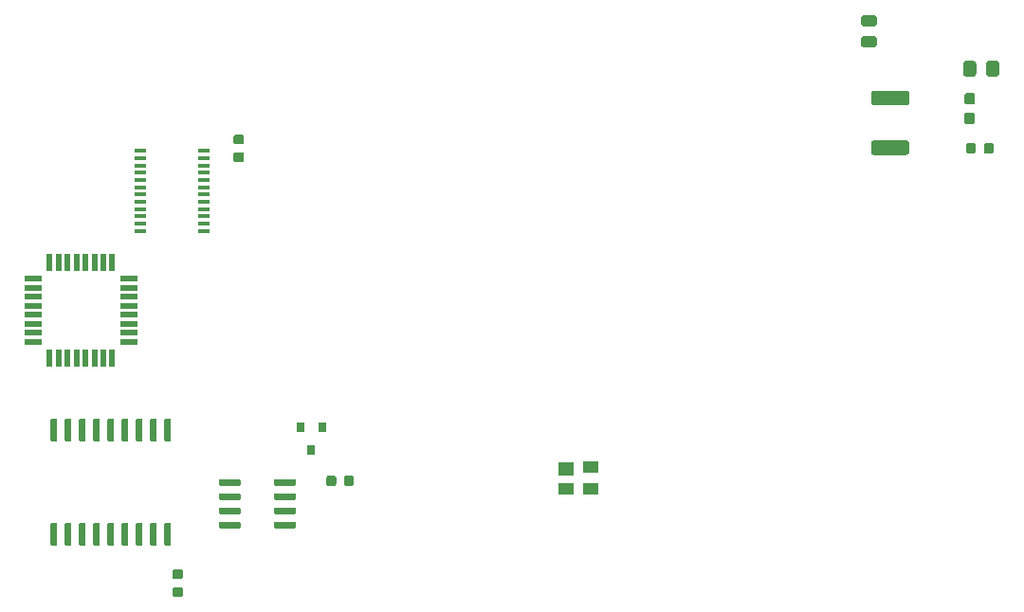
<source format=gbr>
G04 #@! TF.GenerationSoftware,KiCad,Pcbnew,5.1.5-52549c5~84~ubuntu18.04.1*
G04 #@! TF.CreationDate,2020-03-03T21:41:30-05:00*
G04 #@! TF.ProjectId,right,72696768-742e-46b6-9963-61645f706362,rev?*
G04 #@! TF.SameCoordinates,Original*
G04 #@! TF.FileFunction,Paste,Top*
G04 #@! TF.FilePolarity,Positive*
%FSLAX46Y46*%
G04 Gerber Fmt 4.6, Leading zero omitted, Abs format (unit mm)*
G04 Created by KiCad (PCBNEW 5.1.5-52549c5~84~ubuntu18.04.1) date 2020-03-03 21:41:30*
%MOMM*%
%LPD*%
G04 APERTURE LIST*
%ADD10R,0.550000X1.600000*%
%ADD11R,1.600000X0.550000*%
%ADD12C,0.100000*%
%ADD13R,1.100000X0.400000*%
%ADD14R,0.800000X0.900000*%
%ADD15R,1.400000X1.000000*%
%ADD16R,1.400000X1.200000*%
G04 APERTURE END LIST*
D10*
X150628000Y-88578000D03*
X149828000Y-88578000D03*
X149028000Y-88578000D03*
X148228000Y-88578000D03*
X147428000Y-88578000D03*
X146628000Y-88578000D03*
X145828000Y-88578000D03*
X145028000Y-88578000D03*
D11*
X143578000Y-87128000D03*
X143578000Y-86328000D03*
X143578000Y-85528000D03*
X143578000Y-84728000D03*
X143578000Y-83928000D03*
X143578000Y-83128000D03*
X143578000Y-82328000D03*
X143578000Y-81528000D03*
D10*
X145028000Y-80078000D03*
X145828000Y-80078000D03*
X146628000Y-80078000D03*
X147428000Y-80078000D03*
X148228000Y-80078000D03*
X149028000Y-80078000D03*
X149828000Y-80078000D03*
X150628000Y-80078000D03*
D11*
X152078000Y-81528000D03*
X152078000Y-82328000D03*
X152078000Y-83128000D03*
X152078000Y-83928000D03*
X152078000Y-84728000D03*
X152078000Y-85528000D03*
X152078000Y-86328000D03*
X152078000Y-87128000D03*
D12*
G36*
X227463779Y-64895144D02*
G01*
X227486834Y-64898563D01*
X227509443Y-64904227D01*
X227531387Y-64912079D01*
X227552457Y-64922044D01*
X227572448Y-64934026D01*
X227591168Y-64947910D01*
X227608438Y-64963562D01*
X227624090Y-64980832D01*
X227637974Y-64999552D01*
X227649956Y-65019543D01*
X227659921Y-65040613D01*
X227667773Y-65062557D01*
X227673437Y-65085166D01*
X227676856Y-65108221D01*
X227678000Y-65131500D01*
X227678000Y-65706500D01*
X227676856Y-65729779D01*
X227673437Y-65752834D01*
X227667773Y-65775443D01*
X227659921Y-65797387D01*
X227649956Y-65818457D01*
X227637974Y-65838448D01*
X227624090Y-65857168D01*
X227608438Y-65874438D01*
X227591168Y-65890090D01*
X227572448Y-65903974D01*
X227552457Y-65915956D01*
X227531387Y-65925921D01*
X227509443Y-65933773D01*
X227486834Y-65939437D01*
X227463779Y-65942856D01*
X227440500Y-65944000D01*
X226965500Y-65944000D01*
X226942221Y-65942856D01*
X226919166Y-65939437D01*
X226896557Y-65933773D01*
X226874613Y-65925921D01*
X226853543Y-65915956D01*
X226833552Y-65903974D01*
X226814832Y-65890090D01*
X226797562Y-65874438D01*
X226781910Y-65857168D01*
X226768026Y-65838448D01*
X226756044Y-65818457D01*
X226746079Y-65797387D01*
X226738227Y-65775443D01*
X226732563Y-65752834D01*
X226729144Y-65729779D01*
X226728000Y-65706500D01*
X226728000Y-65131500D01*
X226729144Y-65108221D01*
X226732563Y-65085166D01*
X226738227Y-65062557D01*
X226746079Y-65040613D01*
X226756044Y-65019543D01*
X226768026Y-64999552D01*
X226781910Y-64980832D01*
X226797562Y-64963562D01*
X226814832Y-64947910D01*
X226833552Y-64934026D01*
X226853543Y-64922044D01*
X226874613Y-64912079D01*
X226896557Y-64904227D01*
X226919166Y-64898563D01*
X226942221Y-64895144D01*
X226965500Y-64894000D01*
X227440500Y-64894000D01*
X227463779Y-64895144D01*
G37*
G36*
X227463779Y-66645144D02*
G01*
X227486834Y-66648563D01*
X227509443Y-66654227D01*
X227531387Y-66662079D01*
X227552457Y-66672044D01*
X227572448Y-66684026D01*
X227591168Y-66697910D01*
X227608438Y-66713562D01*
X227624090Y-66730832D01*
X227637974Y-66749552D01*
X227649956Y-66769543D01*
X227659921Y-66790613D01*
X227667773Y-66812557D01*
X227673437Y-66835166D01*
X227676856Y-66858221D01*
X227678000Y-66881500D01*
X227678000Y-67456500D01*
X227676856Y-67479779D01*
X227673437Y-67502834D01*
X227667773Y-67525443D01*
X227659921Y-67547387D01*
X227649956Y-67568457D01*
X227637974Y-67588448D01*
X227624090Y-67607168D01*
X227608438Y-67624438D01*
X227591168Y-67640090D01*
X227572448Y-67653974D01*
X227552457Y-67665956D01*
X227531387Y-67675921D01*
X227509443Y-67683773D01*
X227486834Y-67689437D01*
X227463779Y-67692856D01*
X227440500Y-67694000D01*
X226965500Y-67694000D01*
X226942221Y-67692856D01*
X226919166Y-67689437D01*
X226896557Y-67683773D01*
X226874613Y-67675921D01*
X226853543Y-67665956D01*
X226833552Y-67653974D01*
X226814832Y-67640090D01*
X226797562Y-67624438D01*
X226781910Y-67607168D01*
X226768026Y-67588448D01*
X226756044Y-67568457D01*
X226746079Y-67547387D01*
X226738227Y-67525443D01*
X226732563Y-67502834D01*
X226729144Y-67479779D01*
X226728000Y-67456500D01*
X226728000Y-66881500D01*
X226729144Y-66858221D01*
X226732563Y-66835166D01*
X226738227Y-66812557D01*
X226746079Y-66790613D01*
X226756044Y-66769543D01*
X226768026Y-66749552D01*
X226781910Y-66730832D01*
X226797562Y-66713562D01*
X226814832Y-66697910D01*
X226833552Y-66684026D01*
X226853543Y-66672044D01*
X226874613Y-66662079D01*
X226896557Y-66654227D01*
X226919166Y-66648563D01*
X226942221Y-66645144D01*
X226965500Y-66644000D01*
X227440500Y-66644000D01*
X227463779Y-66645144D01*
G37*
G36*
X221565504Y-64690204D02*
G01*
X221589773Y-64693804D01*
X221613571Y-64699765D01*
X221636671Y-64708030D01*
X221658849Y-64718520D01*
X221679893Y-64731133D01*
X221699598Y-64745747D01*
X221717777Y-64762223D01*
X221734253Y-64780402D01*
X221748867Y-64800107D01*
X221761480Y-64821151D01*
X221771970Y-64843329D01*
X221780235Y-64866429D01*
X221786196Y-64890227D01*
X221789796Y-64914496D01*
X221791000Y-64939000D01*
X221791000Y-65739000D01*
X221789796Y-65763504D01*
X221786196Y-65787773D01*
X221780235Y-65811571D01*
X221771970Y-65834671D01*
X221761480Y-65856849D01*
X221748867Y-65877893D01*
X221734253Y-65897598D01*
X221717777Y-65915777D01*
X221699598Y-65932253D01*
X221679893Y-65946867D01*
X221658849Y-65959480D01*
X221636671Y-65969970D01*
X221613571Y-65978235D01*
X221589773Y-65984196D01*
X221565504Y-65987796D01*
X221541000Y-65989000D01*
X218641000Y-65989000D01*
X218616496Y-65987796D01*
X218592227Y-65984196D01*
X218568429Y-65978235D01*
X218545329Y-65969970D01*
X218523151Y-65959480D01*
X218502107Y-65946867D01*
X218482402Y-65932253D01*
X218464223Y-65915777D01*
X218447747Y-65897598D01*
X218433133Y-65877893D01*
X218420520Y-65856849D01*
X218410030Y-65834671D01*
X218401765Y-65811571D01*
X218395804Y-65787773D01*
X218392204Y-65763504D01*
X218391000Y-65739000D01*
X218391000Y-64939000D01*
X218392204Y-64914496D01*
X218395804Y-64890227D01*
X218401765Y-64866429D01*
X218410030Y-64843329D01*
X218420520Y-64821151D01*
X218433133Y-64800107D01*
X218447747Y-64780402D01*
X218464223Y-64762223D01*
X218482402Y-64745747D01*
X218502107Y-64731133D01*
X218523151Y-64718520D01*
X218545329Y-64708030D01*
X218568429Y-64699765D01*
X218592227Y-64693804D01*
X218616496Y-64690204D01*
X218641000Y-64689000D01*
X221541000Y-64689000D01*
X221565504Y-64690204D01*
G37*
G36*
X221565504Y-69140204D02*
G01*
X221589773Y-69143804D01*
X221613571Y-69149765D01*
X221636671Y-69158030D01*
X221658849Y-69168520D01*
X221679893Y-69181133D01*
X221699598Y-69195747D01*
X221717777Y-69212223D01*
X221734253Y-69230402D01*
X221748867Y-69250107D01*
X221761480Y-69271151D01*
X221771970Y-69293329D01*
X221780235Y-69316429D01*
X221786196Y-69340227D01*
X221789796Y-69364496D01*
X221791000Y-69389000D01*
X221791000Y-70189000D01*
X221789796Y-70213504D01*
X221786196Y-70237773D01*
X221780235Y-70261571D01*
X221771970Y-70284671D01*
X221761480Y-70306849D01*
X221748867Y-70327893D01*
X221734253Y-70347598D01*
X221717777Y-70365777D01*
X221699598Y-70382253D01*
X221679893Y-70396867D01*
X221658849Y-70409480D01*
X221636671Y-70419970D01*
X221613571Y-70428235D01*
X221589773Y-70434196D01*
X221565504Y-70437796D01*
X221541000Y-70439000D01*
X218641000Y-70439000D01*
X218616496Y-70437796D01*
X218592227Y-70434196D01*
X218568429Y-70428235D01*
X218545329Y-70419970D01*
X218523151Y-70409480D01*
X218502107Y-70396867D01*
X218482402Y-70382253D01*
X218464223Y-70365777D01*
X218447747Y-70347598D01*
X218433133Y-70327893D01*
X218420520Y-70306849D01*
X218410030Y-70284671D01*
X218401765Y-70261571D01*
X218395804Y-70237773D01*
X218392204Y-70213504D01*
X218391000Y-70189000D01*
X218391000Y-69389000D01*
X218392204Y-69364496D01*
X218395804Y-69340227D01*
X218401765Y-69316429D01*
X218410030Y-69293329D01*
X218420520Y-69271151D01*
X218433133Y-69250107D01*
X218447747Y-69230402D01*
X218464223Y-69212223D01*
X218482402Y-69195747D01*
X218502107Y-69181133D01*
X218523151Y-69168520D01*
X218545329Y-69158030D01*
X218568429Y-69149765D01*
X218592227Y-69143804D01*
X218616496Y-69140204D01*
X218641000Y-69139000D01*
X221541000Y-69139000D01*
X221565504Y-69140204D01*
G37*
G36*
X227543505Y-62039204D02*
G01*
X227567773Y-62042804D01*
X227591572Y-62048765D01*
X227614671Y-62057030D01*
X227636850Y-62067520D01*
X227657893Y-62080132D01*
X227677599Y-62094747D01*
X227695777Y-62111223D01*
X227712253Y-62129401D01*
X227726868Y-62149107D01*
X227739480Y-62170150D01*
X227749970Y-62192329D01*
X227758235Y-62215428D01*
X227764196Y-62239227D01*
X227767796Y-62263495D01*
X227769000Y-62287999D01*
X227769000Y-63188001D01*
X227767796Y-63212505D01*
X227764196Y-63236773D01*
X227758235Y-63260572D01*
X227749970Y-63283671D01*
X227739480Y-63305850D01*
X227726868Y-63326893D01*
X227712253Y-63346599D01*
X227695777Y-63364777D01*
X227677599Y-63381253D01*
X227657893Y-63395868D01*
X227636850Y-63408480D01*
X227614671Y-63418970D01*
X227591572Y-63427235D01*
X227567773Y-63433196D01*
X227543505Y-63436796D01*
X227519001Y-63438000D01*
X226868999Y-63438000D01*
X226844495Y-63436796D01*
X226820227Y-63433196D01*
X226796428Y-63427235D01*
X226773329Y-63418970D01*
X226751150Y-63408480D01*
X226730107Y-63395868D01*
X226710401Y-63381253D01*
X226692223Y-63364777D01*
X226675747Y-63346599D01*
X226661132Y-63326893D01*
X226648520Y-63305850D01*
X226638030Y-63283671D01*
X226629765Y-63260572D01*
X226623804Y-63236773D01*
X226620204Y-63212505D01*
X226619000Y-63188001D01*
X226619000Y-62287999D01*
X226620204Y-62263495D01*
X226623804Y-62239227D01*
X226629765Y-62215428D01*
X226638030Y-62192329D01*
X226648520Y-62170150D01*
X226661132Y-62149107D01*
X226675747Y-62129401D01*
X226692223Y-62111223D01*
X226710401Y-62094747D01*
X226730107Y-62080132D01*
X226751150Y-62067520D01*
X226773329Y-62057030D01*
X226796428Y-62048765D01*
X226820227Y-62042804D01*
X226844495Y-62039204D01*
X226868999Y-62038000D01*
X227519001Y-62038000D01*
X227543505Y-62039204D01*
G37*
G36*
X229593505Y-62039204D02*
G01*
X229617773Y-62042804D01*
X229641572Y-62048765D01*
X229664671Y-62057030D01*
X229686850Y-62067520D01*
X229707893Y-62080132D01*
X229727599Y-62094747D01*
X229745777Y-62111223D01*
X229762253Y-62129401D01*
X229776868Y-62149107D01*
X229789480Y-62170150D01*
X229799970Y-62192329D01*
X229808235Y-62215428D01*
X229814196Y-62239227D01*
X229817796Y-62263495D01*
X229819000Y-62287999D01*
X229819000Y-63188001D01*
X229817796Y-63212505D01*
X229814196Y-63236773D01*
X229808235Y-63260572D01*
X229799970Y-63283671D01*
X229789480Y-63305850D01*
X229776868Y-63326893D01*
X229762253Y-63346599D01*
X229745777Y-63364777D01*
X229727599Y-63381253D01*
X229707893Y-63395868D01*
X229686850Y-63408480D01*
X229664671Y-63418970D01*
X229641572Y-63427235D01*
X229617773Y-63433196D01*
X229593505Y-63436796D01*
X229569001Y-63438000D01*
X228918999Y-63438000D01*
X228894495Y-63436796D01*
X228870227Y-63433196D01*
X228846428Y-63427235D01*
X228823329Y-63418970D01*
X228801150Y-63408480D01*
X228780107Y-63395868D01*
X228760401Y-63381253D01*
X228742223Y-63364777D01*
X228725747Y-63346599D01*
X228711132Y-63326893D01*
X228698520Y-63305850D01*
X228688030Y-63283671D01*
X228679765Y-63260572D01*
X228673804Y-63236773D01*
X228670204Y-63212505D01*
X228669000Y-63188001D01*
X228669000Y-62287999D01*
X228670204Y-62263495D01*
X228673804Y-62239227D01*
X228679765Y-62215428D01*
X228688030Y-62192329D01*
X228698520Y-62170150D01*
X228711132Y-62149107D01*
X228725747Y-62129401D01*
X228742223Y-62111223D01*
X228760401Y-62094747D01*
X228780107Y-62080132D01*
X228801150Y-62067520D01*
X228823329Y-62057030D01*
X228846428Y-62048765D01*
X228870227Y-62042804D01*
X228894495Y-62039204D01*
X228918999Y-62038000D01*
X229569001Y-62038000D01*
X229593505Y-62039204D01*
G37*
G36*
X155739703Y-103320722D02*
G01*
X155754264Y-103322882D01*
X155768543Y-103326459D01*
X155782403Y-103331418D01*
X155795710Y-103337712D01*
X155808336Y-103345280D01*
X155820159Y-103354048D01*
X155831066Y-103363934D01*
X155840952Y-103374841D01*
X155849720Y-103386664D01*
X155857288Y-103399290D01*
X155863582Y-103412597D01*
X155868541Y-103426457D01*
X155872118Y-103440736D01*
X155874278Y-103455297D01*
X155875000Y-103470000D01*
X155875000Y-105220000D01*
X155874278Y-105234703D01*
X155872118Y-105249264D01*
X155868541Y-105263543D01*
X155863582Y-105277403D01*
X155857288Y-105290710D01*
X155849720Y-105303336D01*
X155840952Y-105315159D01*
X155831066Y-105326066D01*
X155820159Y-105335952D01*
X155808336Y-105344720D01*
X155795710Y-105352288D01*
X155782403Y-105358582D01*
X155768543Y-105363541D01*
X155754264Y-105367118D01*
X155739703Y-105369278D01*
X155725000Y-105370000D01*
X155425000Y-105370000D01*
X155410297Y-105369278D01*
X155395736Y-105367118D01*
X155381457Y-105363541D01*
X155367597Y-105358582D01*
X155354290Y-105352288D01*
X155341664Y-105344720D01*
X155329841Y-105335952D01*
X155318934Y-105326066D01*
X155309048Y-105315159D01*
X155300280Y-105303336D01*
X155292712Y-105290710D01*
X155286418Y-105277403D01*
X155281459Y-105263543D01*
X155277882Y-105249264D01*
X155275722Y-105234703D01*
X155275000Y-105220000D01*
X155275000Y-103470000D01*
X155275722Y-103455297D01*
X155277882Y-103440736D01*
X155281459Y-103426457D01*
X155286418Y-103412597D01*
X155292712Y-103399290D01*
X155300280Y-103386664D01*
X155309048Y-103374841D01*
X155318934Y-103363934D01*
X155329841Y-103354048D01*
X155341664Y-103345280D01*
X155354290Y-103337712D01*
X155367597Y-103331418D01*
X155381457Y-103326459D01*
X155395736Y-103322882D01*
X155410297Y-103320722D01*
X155425000Y-103320000D01*
X155725000Y-103320000D01*
X155739703Y-103320722D01*
G37*
G36*
X154469703Y-103320722D02*
G01*
X154484264Y-103322882D01*
X154498543Y-103326459D01*
X154512403Y-103331418D01*
X154525710Y-103337712D01*
X154538336Y-103345280D01*
X154550159Y-103354048D01*
X154561066Y-103363934D01*
X154570952Y-103374841D01*
X154579720Y-103386664D01*
X154587288Y-103399290D01*
X154593582Y-103412597D01*
X154598541Y-103426457D01*
X154602118Y-103440736D01*
X154604278Y-103455297D01*
X154605000Y-103470000D01*
X154605000Y-105220000D01*
X154604278Y-105234703D01*
X154602118Y-105249264D01*
X154598541Y-105263543D01*
X154593582Y-105277403D01*
X154587288Y-105290710D01*
X154579720Y-105303336D01*
X154570952Y-105315159D01*
X154561066Y-105326066D01*
X154550159Y-105335952D01*
X154538336Y-105344720D01*
X154525710Y-105352288D01*
X154512403Y-105358582D01*
X154498543Y-105363541D01*
X154484264Y-105367118D01*
X154469703Y-105369278D01*
X154455000Y-105370000D01*
X154155000Y-105370000D01*
X154140297Y-105369278D01*
X154125736Y-105367118D01*
X154111457Y-105363541D01*
X154097597Y-105358582D01*
X154084290Y-105352288D01*
X154071664Y-105344720D01*
X154059841Y-105335952D01*
X154048934Y-105326066D01*
X154039048Y-105315159D01*
X154030280Y-105303336D01*
X154022712Y-105290710D01*
X154016418Y-105277403D01*
X154011459Y-105263543D01*
X154007882Y-105249264D01*
X154005722Y-105234703D01*
X154005000Y-105220000D01*
X154005000Y-103470000D01*
X154005722Y-103455297D01*
X154007882Y-103440736D01*
X154011459Y-103426457D01*
X154016418Y-103412597D01*
X154022712Y-103399290D01*
X154030280Y-103386664D01*
X154039048Y-103374841D01*
X154048934Y-103363934D01*
X154059841Y-103354048D01*
X154071664Y-103345280D01*
X154084290Y-103337712D01*
X154097597Y-103331418D01*
X154111457Y-103326459D01*
X154125736Y-103322882D01*
X154140297Y-103320722D01*
X154155000Y-103320000D01*
X154455000Y-103320000D01*
X154469703Y-103320722D01*
G37*
G36*
X153199703Y-103320722D02*
G01*
X153214264Y-103322882D01*
X153228543Y-103326459D01*
X153242403Y-103331418D01*
X153255710Y-103337712D01*
X153268336Y-103345280D01*
X153280159Y-103354048D01*
X153291066Y-103363934D01*
X153300952Y-103374841D01*
X153309720Y-103386664D01*
X153317288Y-103399290D01*
X153323582Y-103412597D01*
X153328541Y-103426457D01*
X153332118Y-103440736D01*
X153334278Y-103455297D01*
X153335000Y-103470000D01*
X153335000Y-105220000D01*
X153334278Y-105234703D01*
X153332118Y-105249264D01*
X153328541Y-105263543D01*
X153323582Y-105277403D01*
X153317288Y-105290710D01*
X153309720Y-105303336D01*
X153300952Y-105315159D01*
X153291066Y-105326066D01*
X153280159Y-105335952D01*
X153268336Y-105344720D01*
X153255710Y-105352288D01*
X153242403Y-105358582D01*
X153228543Y-105363541D01*
X153214264Y-105367118D01*
X153199703Y-105369278D01*
X153185000Y-105370000D01*
X152885000Y-105370000D01*
X152870297Y-105369278D01*
X152855736Y-105367118D01*
X152841457Y-105363541D01*
X152827597Y-105358582D01*
X152814290Y-105352288D01*
X152801664Y-105344720D01*
X152789841Y-105335952D01*
X152778934Y-105326066D01*
X152769048Y-105315159D01*
X152760280Y-105303336D01*
X152752712Y-105290710D01*
X152746418Y-105277403D01*
X152741459Y-105263543D01*
X152737882Y-105249264D01*
X152735722Y-105234703D01*
X152735000Y-105220000D01*
X152735000Y-103470000D01*
X152735722Y-103455297D01*
X152737882Y-103440736D01*
X152741459Y-103426457D01*
X152746418Y-103412597D01*
X152752712Y-103399290D01*
X152760280Y-103386664D01*
X152769048Y-103374841D01*
X152778934Y-103363934D01*
X152789841Y-103354048D01*
X152801664Y-103345280D01*
X152814290Y-103337712D01*
X152827597Y-103331418D01*
X152841457Y-103326459D01*
X152855736Y-103322882D01*
X152870297Y-103320722D01*
X152885000Y-103320000D01*
X153185000Y-103320000D01*
X153199703Y-103320722D01*
G37*
G36*
X151929703Y-103320722D02*
G01*
X151944264Y-103322882D01*
X151958543Y-103326459D01*
X151972403Y-103331418D01*
X151985710Y-103337712D01*
X151998336Y-103345280D01*
X152010159Y-103354048D01*
X152021066Y-103363934D01*
X152030952Y-103374841D01*
X152039720Y-103386664D01*
X152047288Y-103399290D01*
X152053582Y-103412597D01*
X152058541Y-103426457D01*
X152062118Y-103440736D01*
X152064278Y-103455297D01*
X152065000Y-103470000D01*
X152065000Y-105220000D01*
X152064278Y-105234703D01*
X152062118Y-105249264D01*
X152058541Y-105263543D01*
X152053582Y-105277403D01*
X152047288Y-105290710D01*
X152039720Y-105303336D01*
X152030952Y-105315159D01*
X152021066Y-105326066D01*
X152010159Y-105335952D01*
X151998336Y-105344720D01*
X151985710Y-105352288D01*
X151972403Y-105358582D01*
X151958543Y-105363541D01*
X151944264Y-105367118D01*
X151929703Y-105369278D01*
X151915000Y-105370000D01*
X151615000Y-105370000D01*
X151600297Y-105369278D01*
X151585736Y-105367118D01*
X151571457Y-105363541D01*
X151557597Y-105358582D01*
X151544290Y-105352288D01*
X151531664Y-105344720D01*
X151519841Y-105335952D01*
X151508934Y-105326066D01*
X151499048Y-105315159D01*
X151490280Y-105303336D01*
X151482712Y-105290710D01*
X151476418Y-105277403D01*
X151471459Y-105263543D01*
X151467882Y-105249264D01*
X151465722Y-105234703D01*
X151465000Y-105220000D01*
X151465000Y-103470000D01*
X151465722Y-103455297D01*
X151467882Y-103440736D01*
X151471459Y-103426457D01*
X151476418Y-103412597D01*
X151482712Y-103399290D01*
X151490280Y-103386664D01*
X151499048Y-103374841D01*
X151508934Y-103363934D01*
X151519841Y-103354048D01*
X151531664Y-103345280D01*
X151544290Y-103337712D01*
X151557597Y-103331418D01*
X151571457Y-103326459D01*
X151585736Y-103322882D01*
X151600297Y-103320722D01*
X151615000Y-103320000D01*
X151915000Y-103320000D01*
X151929703Y-103320722D01*
G37*
G36*
X150659703Y-103320722D02*
G01*
X150674264Y-103322882D01*
X150688543Y-103326459D01*
X150702403Y-103331418D01*
X150715710Y-103337712D01*
X150728336Y-103345280D01*
X150740159Y-103354048D01*
X150751066Y-103363934D01*
X150760952Y-103374841D01*
X150769720Y-103386664D01*
X150777288Y-103399290D01*
X150783582Y-103412597D01*
X150788541Y-103426457D01*
X150792118Y-103440736D01*
X150794278Y-103455297D01*
X150795000Y-103470000D01*
X150795000Y-105220000D01*
X150794278Y-105234703D01*
X150792118Y-105249264D01*
X150788541Y-105263543D01*
X150783582Y-105277403D01*
X150777288Y-105290710D01*
X150769720Y-105303336D01*
X150760952Y-105315159D01*
X150751066Y-105326066D01*
X150740159Y-105335952D01*
X150728336Y-105344720D01*
X150715710Y-105352288D01*
X150702403Y-105358582D01*
X150688543Y-105363541D01*
X150674264Y-105367118D01*
X150659703Y-105369278D01*
X150645000Y-105370000D01*
X150345000Y-105370000D01*
X150330297Y-105369278D01*
X150315736Y-105367118D01*
X150301457Y-105363541D01*
X150287597Y-105358582D01*
X150274290Y-105352288D01*
X150261664Y-105344720D01*
X150249841Y-105335952D01*
X150238934Y-105326066D01*
X150229048Y-105315159D01*
X150220280Y-105303336D01*
X150212712Y-105290710D01*
X150206418Y-105277403D01*
X150201459Y-105263543D01*
X150197882Y-105249264D01*
X150195722Y-105234703D01*
X150195000Y-105220000D01*
X150195000Y-103470000D01*
X150195722Y-103455297D01*
X150197882Y-103440736D01*
X150201459Y-103426457D01*
X150206418Y-103412597D01*
X150212712Y-103399290D01*
X150220280Y-103386664D01*
X150229048Y-103374841D01*
X150238934Y-103363934D01*
X150249841Y-103354048D01*
X150261664Y-103345280D01*
X150274290Y-103337712D01*
X150287597Y-103331418D01*
X150301457Y-103326459D01*
X150315736Y-103322882D01*
X150330297Y-103320722D01*
X150345000Y-103320000D01*
X150645000Y-103320000D01*
X150659703Y-103320722D01*
G37*
G36*
X149389703Y-103320722D02*
G01*
X149404264Y-103322882D01*
X149418543Y-103326459D01*
X149432403Y-103331418D01*
X149445710Y-103337712D01*
X149458336Y-103345280D01*
X149470159Y-103354048D01*
X149481066Y-103363934D01*
X149490952Y-103374841D01*
X149499720Y-103386664D01*
X149507288Y-103399290D01*
X149513582Y-103412597D01*
X149518541Y-103426457D01*
X149522118Y-103440736D01*
X149524278Y-103455297D01*
X149525000Y-103470000D01*
X149525000Y-105220000D01*
X149524278Y-105234703D01*
X149522118Y-105249264D01*
X149518541Y-105263543D01*
X149513582Y-105277403D01*
X149507288Y-105290710D01*
X149499720Y-105303336D01*
X149490952Y-105315159D01*
X149481066Y-105326066D01*
X149470159Y-105335952D01*
X149458336Y-105344720D01*
X149445710Y-105352288D01*
X149432403Y-105358582D01*
X149418543Y-105363541D01*
X149404264Y-105367118D01*
X149389703Y-105369278D01*
X149375000Y-105370000D01*
X149075000Y-105370000D01*
X149060297Y-105369278D01*
X149045736Y-105367118D01*
X149031457Y-105363541D01*
X149017597Y-105358582D01*
X149004290Y-105352288D01*
X148991664Y-105344720D01*
X148979841Y-105335952D01*
X148968934Y-105326066D01*
X148959048Y-105315159D01*
X148950280Y-105303336D01*
X148942712Y-105290710D01*
X148936418Y-105277403D01*
X148931459Y-105263543D01*
X148927882Y-105249264D01*
X148925722Y-105234703D01*
X148925000Y-105220000D01*
X148925000Y-103470000D01*
X148925722Y-103455297D01*
X148927882Y-103440736D01*
X148931459Y-103426457D01*
X148936418Y-103412597D01*
X148942712Y-103399290D01*
X148950280Y-103386664D01*
X148959048Y-103374841D01*
X148968934Y-103363934D01*
X148979841Y-103354048D01*
X148991664Y-103345280D01*
X149004290Y-103337712D01*
X149017597Y-103331418D01*
X149031457Y-103326459D01*
X149045736Y-103322882D01*
X149060297Y-103320722D01*
X149075000Y-103320000D01*
X149375000Y-103320000D01*
X149389703Y-103320722D01*
G37*
G36*
X148119703Y-103320722D02*
G01*
X148134264Y-103322882D01*
X148148543Y-103326459D01*
X148162403Y-103331418D01*
X148175710Y-103337712D01*
X148188336Y-103345280D01*
X148200159Y-103354048D01*
X148211066Y-103363934D01*
X148220952Y-103374841D01*
X148229720Y-103386664D01*
X148237288Y-103399290D01*
X148243582Y-103412597D01*
X148248541Y-103426457D01*
X148252118Y-103440736D01*
X148254278Y-103455297D01*
X148255000Y-103470000D01*
X148255000Y-105220000D01*
X148254278Y-105234703D01*
X148252118Y-105249264D01*
X148248541Y-105263543D01*
X148243582Y-105277403D01*
X148237288Y-105290710D01*
X148229720Y-105303336D01*
X148220952Y-105315159D01*
X148211066Y-105326066D01*
X148200159Y-105335952D01*
X148188336Y-105344720D01*
X148175710Y-105352288D01*
X148162403Y-105358582D01*
X148148543Y-105363541D01*
X148134264Y-105367118D01*
X148119703Y-105369278D01*
X148105000Y-105370000D01*
X147805000Y-105370000D01*
X147790297Y-105369278D01*
X147775736Y-105367118D01*
X147761457Y-105363541D01*
X147747597Y-105358582D01*
X147734290Y-105352288D01*
X147721664Y-105344720D01*
X147709841Y-105335952D01*
X147698934Y-105326066D01*
X147689048Y-105315159D01*
X147680280Y-105303336D01*
X147672712Y-105290710D01*
X147666418Y-105277403D01*
X147661459Y-105263543D01*
X147657882Y-105249264D01*
X147655722Y-105234703D01*
X147655000Y-105220000D01*
X147655000Y-103470000D01*
X147655722Y-103455297D01*
X147657882Y-103440736D01*
X147661459Y-103426457D01*
X147666418Y-103412597D01*
X147672712Y-103399290D01*
X147680280Y-103386664D01*
X147689048Y-103374841D01*
X147698934Y-103363934D01*
X147709841Y-103354048D01*
X147721664Y-103345280D01*
X147734290Y-103337712D01*
X147747597Y-103331418D01*
X147761457Y-103326459D01*
X147775736Y-103322882D01*
X147790297Y-103320722D01*
X147805000Y-103320000D01*
X148105000Y-103320000D01*
X148119703Y-103320722D01*
G37*
G36*
X146849703Y-103320722D02*
G01*
X146864264Y-103322882D01*
X146878543Y-103326459D01*
X146892403Y-103331418D01*
X146905710Y-103337712D01*
X146918336Y-103345280D01*
X146930159Y-103354048D01*
X146941066Y-103363934D01*
X146950952Y-103374841D01*
X146959720Y-103386664D01*
X146967288Y-103399290D01*
X146973582Y-103412597D01*
X146978541Y-103426457D01*
X146982118Y-103440736D01*
X146984278Y-103455297D01*
X146985000Y-103470000D01*
X146985000Y-105220000D01*
X146984278Y-105234703D01*
X146982118Y-105249264D01*
X146978541Y-105263543D01*
X146973582Y-105277403D01*
X146967288Y-105290710D01*
X146959720Y-105303336D01*
X146950952Y-105315159D01*
X146941066Y-105326066D01*
X146930159Y-105335952D01*
X146918336Y-105344720D01*
X146905710Y-105352288D01*
X146892403Y-105358582D01*
X146878543Y-105363541D01*
X146864264Y-105367118D01*
X146849703Y-105369278D01*
X146835000Y-105370000D01*
X146535000Y-105370000D01*
X146520297Y-105369278D01*
X146505736Y-105367118D01*
X146491457Y-105363541D01*
X146477597Y-105358582D01*
X146464290Y-105352288D01*
X146451664Y-105344720D01*
X146439841Y-105335952D01*
X146428934Y-105326066D01*
X146419048Y-105315159D01*
X146410280Y-105303336D01*
X146402712Y-105290710D01*
X146396418Y-105277403D01*
X146391459Y-105263543D01*
X146387882Y-105249264D01*
X146385722Y-105234703D01*
X146385000Y-105220000D01*
X146385000Y-103470000D01*
X146385722Y-103455297D01*
X146387882Y-103440736D01*
X146391459Y-103426457D01*
X146396418Y-103412597D01*
X146402712Y-103399290D01*
X146410280Y-103386664D01*
X146419048Y-103374841D01*
X146428934Y-103363934D01*
X146439841Y-103354048D01*
X146451664Y-103345280D01*
X146464290Y-103337712D01*
X146477597Y-103331418D01*
X146491457Y-103326459D01*
X146505736Y-103322882D01*
X146520297Y-103320722D01*
X146535000Y-103320000D01*
X146835000Y-103320000D01*
X146849703Y-103320722D01*
G37*
G36*
X145579703Y-103320722D02*
G01*
X145594264Y-103322882D01*
X145608543Y-103326459D01*
X145622403Y-103331418D01*
X145635710Y-103337712D01*
X145648336Y-103345280D01*
X145660159Y-103354048D01*
X145671066Y-103363934D01*
X145680952Y-103374841D01*
X145689720Y-103386664D01*
X145697288Y-103399290D01*
X145703582Y-103412597D01*
X145708541Y-103426457D01*
X145712118Y-103440736D01*
X145714278Y-103455297D01*
X145715000Y-103470000D01*
X145715000Y-105220000D01*
X145714278Y-105234703D01*
X145712118Y-105249264D01*
X145708541Y-105263543D01*
X145703582Y-105277403D01*
X145697288Y-105290710D01*
X145689720Y-105303336D01*
X145680952Y-105315159D01*
X145671066Y-105326066D01*
X145660159Y-105335952D01*
X145648336Y-105344720D01*
X145635710Y-105352288D01*
X145622403Y-105358582D01*
X145608543Y-105363541D01*
X145594264Y-105367118D01*
X145579703Y-105369278D01*
X145565000Y-105370000D01*
X145265000Y-105370000D01*
X145250297Y-105369278D01*
X145235736Y-105367118D01*
X145221457Y-105363541D01*
X145207597Y-105358582D01*
X145194290Y-105352288D01*
X145181664Y-105344720D01*
X145169841Y-105335952D01*
X145158934Y-105326066D01*
X145149048Y-105315159D01*
X145140280Y-105303336D01*
X145132712Y-105290710D01*
X145126418Y-105277403D01*
X145121459Y-105263543D01*
X145117882Y-105249264D01*
X145115722Y-105234703D01*
X145115000Y-105220000D01*
X145115000Y-103470000D01*
X145115722Y-103455297D01*
X145117882Y-103440736D01*
X145121459Y-103426457D01*
X145126418Y-103412597D01*
X145132712Y-103399290D01*
X145140280Y-103386664D01*
X145149048Y-103374841D01*
X145158934Y-103363934D01*
X145169841Y-103354048D01*
X145181664Y-103345280D01*
X145194290Y-103337712D01*
X145207597Y-103331418D01*
X145221457Y-103326459D01*
X145235736Y-103322882D01*
X145250297Y-103320722D01*
X145265000Y-103320000D01*
X145565000Y-103320000D01*
X145579703Y-103320722D01*
G37*
G36*
X145579703Y-94020722D02*
G01*
X145594264Y-94022882D01*
X145608543Y-94026459D01*
X145622403Y-94031418D01*
X145635710Y-94037712D01*
X145648336Y-94045280D01*
X145660159Y-94054048D01*
X145671066Y-94063934D01*
X145680952Y-94074841D01*
X145689720Y-94086664D01*
X145697288Y-94099290D01*
X145703582Y-94112597D01*
X145708541Y-94126457D01*
X145712118Y-94140736D01*
X145714278Y-94155297D01*
X145715000Y-94170000D01*
X145715000Y-95920000D01*
X145714278Y-95934703D01*
X145712118Y-95949264D01*
X145708541Y-95963543D01*
X145703582Y-95977403D01*
X145697288Y-95990710D01*
X145689720Y-96003336D01*
X145680952Y-96015159D01*
X145671066Y-96026066D01*
X145660159Y-96035952D01*
X145648336Y-96044720D01*
X145635710Y-96052288D01*
X145622403Y-96058582D01*
X145608543Y-96063541D01*
X145594264Y-96067118D01*
X145579703Y-96069278D01*
X145565000Y-96070000D01*
X145265000Y-96070000D01*
X145250297Y-96069278D01*
X145235736Y-96067118D01*
X145221457Y-96063541D01*
X145207597Y-96058582D01*
X145194290Y-96052288D01*
X145181664Y-96044720D01*
X145169841Y-96035952D01*
X145158934Y-96026066D01*
X145149048Y-96015159D01*
X145140280Y-96003336D01*
X145132712Y-95990710D01*
X145126418Y-95977403D01*
X145121459Y-95963543D01*
X145117882Y-95949264D01*
X145115722Y-95934703D01*
X145115000Y-95920000D01*
X145115000Y-94170000D01*
X145115722Y-94155297D01*
X145117882Y-94140736D01*
X145121459Y-94126457D01*
X145126418Y-94112597D01*
X145132712Y-94099290D01*
X145140280Y-94086664D01*
X145149048Y-94074841D01*
X145158934Y-94063934D01*
X145169841Y-94054048D01*
X145181664Y-94045280D01*
X145194290Y-94037712D01*
X145207597Y-94031418D01*
X145221457Y-94026459D01*
X145235736Y-94022882D01*
X145250297Y-94020722D01*
X145265000Y-94020000D01*
X145565000Y-94020000D01*
X145579703Y-94020722D01*
G37*
G36*
X146849703Y-94020722D02*
G01*
X146864264Y-94022882D01*
X146878543Y-94026459D01*
X146892403Y-94031418D01*
X146905710Y-94037712D01*
X146918336Y-94045280D01*
X146930159Y-94054048D01*
X146941066Y-94063934D01*
X146950952Y-94074841D01*
X146959720Y-94086664D01*
X146967288Y-94099290D01*
X146973582Y-94112597D01*
X146978541Y-94126457D01*
X146982118Y-94140736D01*
X146984278Y-94155297D01*
X146985000Y-94170000D01*
X146985000Y-95920000D01*
X146984278Y-95934703D01*
X146982118Y-95949264D01*
X146978541Y-95963543D01*
X146973582Y-95977403D01*
X146967288Y-95990710D01*
X146959720Y-96003336D01*
X146950952Y-96015159D01*
X146941066Y-96026066D01*
X146930159Y-96035952D01*
X146918336Y-96044720D01*
X146905710Y-96052288D01*
X146892403Y-96058582D01*
X146878543Y-96063541D01*
X146864264Y-96067118D01*
X146849703Y-96069278D01*
X146835000Y-96070000D01*
X146535000Y-96070000D01*
X146520297Y-96069278D01*
X146505736Y-96067118D01*
X146491457Y-96063541D01*
X146477597Y-96058582D01*
X146464290Y-96052288D01*
X146451664Y-96044720D01*
X146439841Y-96035952D01*
X146428934Y-96026066D01*
X146419048Y-96015159D01*
X146410280Y-96003336D01*
X146402712Y-95990710D01*
X146396418Y-95977403D01*
X146391459Y-95963543D01*
X146387882Y-95949264D01*
X146385722Y-95934703D01*
X146385000Y-95920000D01*
X146385000Y-94170000D01*
X146385722Y-94155297D01*
X146387882Y-94140736D01*
X146391459Y-94126457D01*
X146396418Y-94112597D01*
X146402712Y-94099290D01*
X146410280Y-94086664D01*
X146419048Y-94074841D01*
X146428934Y-94063934D01*
X146439841Y-94054048D01*
X146451664Y-94045280D01*
X146464290Y-94037712D01*
X146477597Y-94031418D01*
X146491457Y-94026459D01*
X146505736Y-94022882D01*
X146520297Y-94020722D01*
X146535000Y-94020000D01*
X146835000Y-94020000D01*
X146849703Y-94020722D01*
G37*
G36*
X148119703Y-94020722D02*
G01*
X148134264Y-94022882D01*
X148148543Y-94026459D01*
X148162403Y-94031418D01*
X148175710Y-94037712D01*
X148188336Y-94045280D01*
X148200159Y-94054048D01*
X148211066Y-94063934D01*
X148220952Y-94074841D01*
X148229720Y-94086664D01*
X148237288Y-94099290D01*
X148243582Y-94112597D01*
X148248541Y-94126457D01*
X148252118Y-94140736D01*
X148254278Y-94155297D01*
X148255000Y-94170000D01*
X148255000Y-95920000D01*
X148254278Y-95934703D01*
X148252118Y-95949264D01*
X148248541Y-95963543D01*
X148243582Y-95977403D01*
X148237288Y-95990710D01*
X148229720Y-96003336D01*
X148220952Y-96015159D01*
X148211066Y-96026066D01*
X148200159Y-96035952D01*
X148188336Y-96044720D01*
X148175710Y-96052288D01*
X148162403Y-96058582D01*
X148148543Y-96063541D01*
X148134264Y-96067118D01*
X148119703Y-96069278D01*
X148105000Y-96070000D01*
X147805000Y-96070000D01*
X147790297Y-96069278D01*
X147775736Y-96067118D01*
X147761457Y-96063541D01*
X147747597Y-96058582D01*
X147734290Y-96052288D01*
X147721664Y-96044720D01*
X147709841Y-96035952D01*
X147698934Y-96026066D01*
X147689048Y-96015159D01*
X147680280Y-96003336D01*
X147672712Y-95990710D01*
X147666418Y-95977403D01*
X147661459Y-95963543D01*
X147657882Y-95949264D01*
X147655722Y-95934703D01*
X147655000Y-95920000D01*
X147655000Y-94170000D01*
X147655722Y-94155297D01*
X147657882Y-94140736D01*
X147661459Y-94126457D01*
X147666418Y-94112597D01*
X147672712Y-94099290D01*
X147680280Y-94086664D01*
X147689048Y-94074841D01*
X147698934Y-94063934D01*
X147709841Y-94054048D01*
X147721664Y-94045280D01*
X147734290Y-94037712D01*
X147747597Y-94031418D01*
X147761457Y-94026459D01*
X147775736Y-94022882D01*
X147790297Y-94020722D01*
X147805000Y-94020000D01*
X148105000Y-94020000D01*
X148119703Y-94020722D01*
G37*
G36*
X149389703Y-94020722D02*
G01*
X149404264Y-94022882D01*
X149418543Y-94026459D01*
X149432403Y-94031418D01*
X149445710Y-94037712D01*
X149458336Y-94045280D01*
X149470159Y-94054048D01*
X149481066Y-94063934D01*
X149490952Y-94074841D01*
X149499720Y-94086664D01*
X149507288Y-94099290D01*
X149513582Y-94112597D01*
X149518541Y-94126457D01*
X149522118Y-94140736D01*
X149524278Y-94155297D01*
X149525000Y-94170000D01*
X149525000Y-95920000D01*
X149524278Y-95934703D01*
X149522118Y-95949264D01*
X149518541Y-95963543D01*
X149513582Y-95977403D01*
X149507288Y-95990710D01*
X149499720Y-96003336D01*
X149490952Y-96015159D01*
X149481066Y-96026066D01*
X149470159Y-96035952D01*
X149458336Y-96044720D01*
X149445710Y-96052288D01*
X149432403Y-96058582D01*
X149418543Y-96063541D01*
X149404264Y-96067118D01*
X149389703Y-96069278D01*
X149375000Y-96070000D01*
X149075000Y-96070000D01*
X149060297Y-96069278D01*
X149045736Y-96067118D01*
X149031457Y-96063541D01*
X149017597Y-96058582D01*
X149004290Y-96052288D01*
X148991664Y-96044720D01*
X148979841Y-96035952D01*
X148968934Y-96026066D01*
X148959048Y-96015159D01*
X148950280Y-96003336D01*
X148942712Y-95990710D01*
X148936418Y-95977403D01*
X148931459Y-95963543D01*
X148927882Y-95949264D01*
X148925722Y-95934703D01*
X148925000Y-95920000D01*
X148925000Y-94170000D01*
X148925722Y-94155297D01*
X148927882Y-94140736D01*
X148931459Y-94126457D01*
X148936418Y-94112597D01*
X148942712Y-94099290D01*
X148950280Y-94086664D01*
X148959048Y-94074841D01*
X148968934Y-94063934D01*
X148979841Y-94054048D01*
X148991664Y-94045280D01*
X149004290Y-94037712D01*
X149017597Y-94031418D01*
X149031457Y-94026459D01*
X149045736Y-94022882D01*
X149060297Y-94020722D01*
X149075000Y-94020000D01*
X149375000Y-94020000D01*
X149389703Y-94020722D01*
G37*
G36*
X150659703Y-94020722D02*
G01*
X150674264Y-94022882D01*
X150688543Y-94026459D01*
X150702403Y-94031418D01*
X150715710Y-94037712D01*
X150728336Y-94045280D01*
X150740159Y-94054048D01*
X150751066Y-94063934D01*
X150760952Y-94074841D01*
X150769720Y-94086664D01*
X150777288Y-94099290D01*
X150783582Y-94112597D01*
X150788541Y-94126457D01*
X150792118Y-94140736D01*
X150794278Y-94155297D01*
X150795000Y-94170000D01*
X150795000Y-95920000D01*
X150794278Y-95934703D01*
X150792118Y-95949264D01*
X150788541Y-95963543D01*
X150783582Y-95977403D01*
X150777288Y-95990710D01*
X150769720Y-96003336D01*
X150760952Y-96015159D01*
X150751066Y-96026066D01*
X150740159Y-96035952D01*
X150728336Y-96044720D01*
X150715710Y-96052288D01*
X150702403Y-96058582D01*
X150688543Y-96063541D01*
X150674264Y-96067118D01*
X150659703Y-96069278D01*
X150645000Y-96070000D01*
X150345000Y-96070000D01*
X150330297Y-96069278D01*
X150315736Y-96067118D01*
X150301457Y-96063541D01*
X150287597Y-96058582D01*
X150274290Y-96052288D01*
X150261664Y-96044720D01*
X150249841Y-96035952D01*
X150238934Y-96026066D01*
X150229048Y-96015159D01*
X150220280Y-96003336D01*
X150212712Y-95990710D01*
X150206418Y-95977403D01*
X150201459Y-95963543D01*
X150197882Y-95949264D01*
X150195722Y-95934703D01*
X150195000Y-95920000D01*
X150195000Y-94170000D01*
X150195722Y-94155297D01*
X150197882Y-94140736D01*
X150201459Y-94126457D01*
X150206418Y-94112597D01*
X150212712Y-94099290D01*
X150220280Y-94086664D01*
X150229048Y-94074841D01*
X150238934Y-94063934D01*
X150249841Y-94054048D01*
X150261664Y-94045280D01*
X150274290Y-94037712D01*
X150287597Y-94031418D01*
X150301457Y-94026459D01*
X150315736Y-94022882D01*
X150330297Y-94020722D01*
X150345000Y-94020000D01*
X150645000Y-94020000D01*
X150659703Y-94020722D01*
G37*
G36*
X151929703Y-94020722D02*
G01*
X151944264Y-94022882D01*
X151958543Y-94026459D01*
X151972403Y-94031418D01*
X151985710Y-94037712D01*
X151998336Y-94045280D01*
X152010159Y-94054048D01*
X152021066Y-94063934D01*
X152030952Y-94074841D01*
X152039720Y-94086664D01*
X152047288Y-94099290D01*
X152053582Y-94112597D01*
X152058541Y-94126457D01*
X152062118Y-94140736D01*
X152064278Y-94155297D01*
X152065000Y-94170000D01*
X152065000Y-95920000D01*
X152064278Y-95934703D01*
X152062118Y-95949264D01*
X152058541Y-95963543D01*
X152053582Y-95977403D01*
X152047288Y-95990710D01*
X152039720Y-96003336D01*
X152030952Y-96015159D01*
X152021066Y-96026066D01*
X152010159Y-96035952D01*
X151998336Y-96044720D01*
X151985710Y-96052288D01*
X151972403Y-96058582D01*
X151958543Y-96063541D01*
X151944264Y-96067118D01*
X151929703Y-96069278D01*
X151915000Y-96070000D01*
X151615000Y-96070000D01*
X151600297Y-96069278D01*
X151585736Y-96067118D01*
X151571457Y-96063541D01*
X151557597Y-96058582D01*
X151544290Y-96052288D01*
X151531664Y-96044720D01*
X151519841Y-96035952D01*
X151508934Y-96026066D01*
X151499048Y-96015159D01*
X151490280Y-96003336D01*
X151482712Y-95990710D01*
X151476418Y-95977403D01*
X151471459Y-95963543D01*
X151467882Y-95949264D01*
X151465722Y-95934703D01*
X151465000Y-95920000D01*
X151465000Y-94170000D01*
X151465722Y-94155297D01*
X151467882Y-94140736D01*
X151471459Y-94126457D01*
X151476418Y-94112597D01*
X151482712Y-94099290D01*
X151490280Y-94086664D01*
X151499048Y-94074841D01*
X151508934Y-94063934D01*
X151519841Y-94054048D01*
X151531664Y-94045280D01*
X151544290Y-94037712D01*
X151557597Y-94031418D01*
X151571457Y-94026459D01*
X151585736Y-94022882D01*
X151600297Y-94020722D01*
X151615000Y-94020000D01*
X151915000Y-94020000D01*
X151929703Y-94020722D01*
G37*
G36*
X153199703Y-94020722D02*
G01*
X153214264Y-94022882D01*
X153228543Y-94026459D01*
X153242403Y-94031418D01*
X153255710Y-94037712D01*
X153268336Y-94045280D01*
X153280159Y-94054048D01*
X153291066Y-94063934D01*
X153300952Y-94074841D01*
X153309720Y-94086664D01*
X153317288Y-94099290D01*
X153323582Y-94112597D01*
X153328541Y-94126457D01*
X153332118Y-94140736D01*
X153334278Y-94155297D01*
X153335000Y-94170000D01*
X153335000Y-95920000D01*
X153334278Y-95934703D01*
X153332118Y-95949264D01*
X153328541Y-95963543D01*
X153323582Y-95977403D01*
X153317288Y-95990710D01*
X153309720Y-96003336D01*
X153300952Y-96015159D01*
X153291066Y-96026066D01*
X153280159Y-96035952D01*
X153268336Y-96044720D01*
X153255710Y-96052288D01*
X153242403Y-96058582D01*
X153228543Y-96063541D01*
X153214264Y-96067118D01*
X153199703Y-96069278D01*
X153185000Y-96070000D01*
X152885000Y-96070000D01*
X152870297Y-96069278D01*
X152855736Y-96067118D01*
X152841457Y-96063541D01*
X152827597Y-96058582D01*
X152814290Y-96052288D01*
X152801664Y-96044720D01*
X152789841Y-96035952D01*
X152778934Y-96026066D01*
X152769048Y-96015159D01*
X152760280Y-96003336D01*
X152752712Y-95990710D01*
X152746418Y-95977403D01*
X152741459Y-95963543D01*
X152737882Y-95949264D01*
X152735722Y-95934703D01*
X152735000Y-95920000D01*
X152735000Y-94170000D01*
X152735722Y-94155297D01*
X152737882Y-94140736D01*
X152741459Y-94126457D01*
X152746418Y-94112597D01*
X152752712Y-94099290D01*
X152760280Y-94086664D01*
X152769048Y-94074841D01*
X152778934Y-94063934D01*
X152789841Y-94054048D01*
X152801664Y-94045280D01*
X152814290Y-94037712D01*
X152827597Y-94031418D01*
X152841457Y-94026459D01*
X152855736Y-94022882D01*
X152870297Y-94020722D01*
X152885000Y-94020000D01*
X153185000Y-94020000D01*
X153199703Y-94020722D01*
G37*
G36*
X154469703Y-94020722D02*
G01*
X154484264Y-94022882D01*
X154498543Y-94026459D01*
X154512403Y-94031418D01*
X154525710Y-94037712D01*
X154538336Y-94045280D01*
X154550159Y-94054048D01*
X154561066Y-94063934D01*
X154570952Y-94074841D01*
X154579720Y-94086664D01*
X154587288Y-94099290D01*
X154593582Y-94112597D01*
X154598541Y-94126457D01*
X154602118Y-94140736D01*
X154604278Y-94155297D01*
X154605000Y-94170000D01*
X154605000Y-95920000D01*
X154604278Y-95934703D01*
X154602118Y-95949264D01*
X154598541Y-95963543D01*
X154593582Y-95977403D01*
X154587288Y-95990710D01*
X154579720Y-96003336D01*
X154570952Y-96015159D01*
X154561066Y-96026066D01*
X154550159Y-96035952D01*
X154538336Y-96044720D01*
X154525710Y-96052288D01*
X154512403Y-96058582D01*
X154498543Y-96063541D01*
X154484264Y-96067118D01*
X154469703Y-96069278D01*
X154455000Y-96070000D01*
X154155000Y-96070000D01*
X154140297Y-96069278D01*
X154125736Y-96067118D01*
X154111457Y-96063541D01*
X154097597Y-96058582D01*
X154084290Y-96052288D01*
X154071664Y-96044720D01*
X154059841Y-96035952D01*
X154048934Y-96026066D01*
X154039048Y-96015159D01*
X154030280Y-96003336D01*
X154022712Y-95990710D01*
X154016418Y-95977403D01*
X154011459Y-95963543D01*
X154007882Y-95949264D01*
X154005722Y-95934703D01*
X154005000Y-95920000D01*
X154005000Y-94170000D01*
X154005722Y-94155297D01*
X154007882Y-94140736D01*
X154011459Y-94126457D01*
X154016418Y-94112597D01*
X154022712Y-94099290D01*
X154030280Y-94086664D01*
X154039048Y-94074841D01*
X154048934Y-94063934D01*
X154059841Y-94054048D01*
X154071664Y-94045280D01*
X154084290Y-94037712D01*
X154097597Y-94031418D01*
X154111457Y-94026459D01*
X154125736Y-94022882D01*
X154140297Y-94020722D01*
X154155000Y-94020000D01*
X154455000Y-94020000D01*
X154469703Y-94020722D01*
G37*
G36*
X155739703Y-94020722D02*
G01*
X155754264Y-94022882D01*
X155768543Y-94026459D01*
X155782403Y-94031418D01*
X155795710Y-94037712D01*
X155808336Y-94045280D01*
X155820159Y-94054048D01*
X155831066Y-94063934D01*
X155840952Y-94074841D01*
X155849720Y-94086664D01*
X155857288Y-94099290D01*
X155863582Y-94112597D01*
X155868541Y-94126457D01*
X155872118Y-94140736D01*
X155874278Y-94155297D01*
X155875000Y-94170000D01*
X155875000Y-95920000D01*
X155874278Y-95934703D01*
X155872118Y-95949264D01*
X155868541Y-95963543D01*
X155863582Y-95977403D01*
X155857288Y-95990710D01*
X155849720Y-96003336D01*
X155840952Y-96015159D01*
X155831066Y-96026066D01*
X155820159Y-96035952D01*
X155808336Y-96044720D01*
X155795710Y-96052288D01*
X155782403Y-96058582D01*
X155768543Y-96063541D01*
X155754264Y-96067118D01*
X155739703Y-96069278D01*
X155725000Y-96070000D01*
X155425000Y-96070000D01*
X155410297Y-96069278D01*
X155395736Y-96067118D01*
X155381457Y-96063541D01*
X155367597Y-96058582D01*
X155354290Y-96052288D01*
X155341664Y-96044720D01*
X155329841Y-96035952D01*
X155318934Y-96026066D01*
X155309048Y-96015159D01*
X155300280Y-96003336D01*
X155292712Y-95990710D01*
X155286418Y-95977403D01*
X155281459Y-95963543D01*
X155277882Y-95949264D01*
X155275722Y-95934703D01*
X155275000Y-95920000D01*
X155275000Y-94170000D01*
X155275722Y-94155297D01*
X155277882Y-94140736D01*
X155281459Y-94126457D01*
X155286418Y-94112597D01*
X155292712Y-94099290D01*
X155300280Y-94086664D01*
X155309048Y-94074841D01*
X155318934Y-94063934D01*
X155329841Y-94054048D01*
X155341664Y-94045280D01*
X155354290Y-94037712D01*
X155367597Y-94031418D01*
X155381457Y-94026459D01*
X155395736Y-94022882D01*
X155410297Y-94020722D01*
X155425000Y-94020000D01*
X155725000Y-94020000D01*
X155739703Y-94020722D01*
G37*
G36*
X166890703Y-99395722D02*
G01*
X166905264Y-99397882D01*
X166919543Y-99401459D01*
X166933403Y-99406418D01*
X166946710Y-99412712D01*
X166959336Y-99420280D01*
X166971159Y-99429048D01*
X166982066Y-99438934D01*
X166991952Y-99449841D01*
X167000720Y-99461664D01*
X167008288Y-99474290D01*
X167014582Y-99487597D01*
X167019541Y-99501457D01*
X167023118Y-99515736D01*
X167025278Y-99530297D01*
X167026000Y-99545000D01*
X167026000Y-99845000D01*
X167025278Y-99859703D01*
X167023118Y-99874264D01*
X167019541Y-99888543D01*
X167014582Y-99902403D01*
X167008288Y-99915710D01*
X167000720Y-99928336D01*
X166991952Y-99940159D01*
X166982066Y-99951066D01*
X166971159Y-99960952D01*
X166959336Y-99969720D01*
X166946710Y-99977288D01*
X166933403Y-99983582D01*
X166919543Y-99988541D01*
X166905264Y-99992118D01*
X166890703Y-99994278D01*
X166876000Y-99995000D01*
X165226000Y-99995000D01*
X165211297Y-99994278D01*
X165196736Y-99992118D01*
X165182457Y-99988541D01*
X165168597Y-99983582D01*
X165155290Y-99977288D01*
X165142664Y-99969720D01*
X165130841Y-99960952D01*
X165119934Y-99951066D01*
X165110048Y-99940159D01*
X165101280Y-99928336D01*
X165093712Y-99915710D01*
X165087418Y-99902403D01*
X165082459Y-99888543D01*
X165078882Y-99874264D01*
X165076722Y-99859703D01*
X165076000Y-99845000D01*
X165076000Y-99545000D01*
X165076722Y-99530297D01*
X165078882Y-99515736D01*
X165082459Y-99501457D01*
X165087418Y-99487597D01*
X165093712Y-99474290D01*
X165101280Y-99461664D01*
X165110048Y-99449841D01*
X165119934Y-99438934D01*
X165130841Y-99429048D01*
X165142664Y-99420280D01*
X165155290Y-99412712D01*
X165168597Y-99406418D01*
X165182457Y-99401459D01*
X165196736Y-99397882D01*
X165211297Y-99395722D01*
X165226000Y-99395000D01*
X166876000Y-99395000D01*
X166890703Y-99395722D01*
G37*
G36*
X166890703Y-100665722D02*
G01*
X166905264Y-100667882D01*
X166919543Y-100671459D01*
X166933403Y-100676418D01*
X166946710Y-100682712D01*
X166959336Y-100690280D01*
X166971159Y-100699048D01*
X166982066Y-100708934D01*
X166991952Y-100719841D01*
X167000720Y-100731664D01*
X167008288Y-100744290D01*
X167014582Y-100757597D01*
X167019541Y-100771457D01*
X167023118Y-100785736D01*
X167025278Y-100800297D01*
X167026000Y-100815000D01*
X167026000Y-101115000D01*
X167025278Y-101129703D01*
X167023118Y-101144264D01*
X167019541Y-101158543D01*
X167014582Y-101172403D01*
X167008288Y-101185710D01*
X167000720Y-101198336D01*
X166991952Y-101210159D01*
X166982066Y-101221066D01*
X166971159Y-101230952D01*
X166959336Y-101239720D01*
X166946710Y-101247288D01*
X166933403Y-101253582D01*
X166919543Y-101258541D01*
X166905264Y-101262118D01*
X166890703Y-101264278D01*
X166876000Y-101265000D01*
X165226000Y-101265000D01*
X165211297Y-101264278D01*
X165196736Y-101262118D01*
X165182457Y-101258541D01*
X165168597Y-101253582D01*
X165155290Y-101247288D01*
X165142664Y-101239720D01*
X165130841Y-101230952D01*
X165119934Y-101221066D01*
X165110048Y-101210159D01*
X165101280Y-101198336D01*
X165093712Y-101185710D01*
X165087418Y-101172403D01*
X165082459Y-101158543D01*
X165078882Y-101144264D01*
X165076722Y-101129703D01*
X165076000Y-101115000D01*
X165076000Y-100815000D01*
X165076722Y-100800297D01*
X165078882Y-100785736D01*
X165082459Y-100771457D01*
X165087418Y-100757597D01*
X165093712Y-100744290D01*
X165101280Y-100731664D01*
X165110048Y-100719841D01*
X165119934Y-100708934D01*
X165130841Y-100699048D01*
X165142664Y-100690280D01*
X165155290Y-100682712D01*
X165168597Y-100676418D01*
X165182457Y-100671459D01*
X165196736Y-100667882D01*
X165211297Y-100665722D01*
X165226000Y-100665000D01*
X166876000Y-100665000D01*
X166890703Y-100665722D01*
G37*
G36*
X166890703Y-101935722D02*
G01*
X166905264Y-101937882D01*
X166919543Y-101941459D01*
X166933403Y-101946418D01*
X166946710Y-101952712D01*
X166959336Y-101960280D01*
X166971159Y-101969048D01*
X166982066Y-101978934D01*
X166991952Y-101989841D01*
X167000720Y-102001664D01*
X167008288Y-102014290D01*
X167014582Y-102027597D01*
X167019541Y-102041457D01*
X167023118Y-102055736D01*
X167025278Y-102070297D01*
X167026000Y-102085000D01*
X167026000Y-102385000D01*
X167025278Y-102399703D01*
X167023118Y-102414264D01*
X167019541Y-102428543D01*
X167014582Y-102442403D01*
X167008288Y-102455710D01*
X167000720Y-102468336D01*
X166991952Y-102480159D01*
X166982066Y-102491066D01*
X166971159Y-102500952D01*
X166959336Y-102509720D01*
X166946710Y-102517288D01*
X166933403Y-102523582D01*
X166919543Y-102528541D01*
X166905264Y-102532118D01*
X166890703Y-102534278D01*
X166876000Y-102535000D01*
X165226000Y-102535000D01*
X165211297Y-102534278D01*
X165196736Y-102532118D01*
X165182457Y-102528541D01*
X165168597Y-102523582D01*
X165155290Y-102517288D01*
X165142664Y-102509720D01*
X165130841Y-102500952D01*
X165119934Y-102491066D01*
X165110048Y-102480159D01*
X165101280Y-102468336D01*
X165093712Y-102455710D01*
X165087418Y-102442403D01*
X165082459Y-102428543D01*
X165078882Y-102414264D01*
X165076722Y-102399703D01*
X165076000Y-102385000D01*
X165076000Y-102085000D01*
X165076722Y-102070297D01*
X165078882Y-102055736D01*
X165082459Y-102041457D01*
X165087418Y-102027597D01*
X165093712Y-102014290D01*
X165101280Y-102001664D01*
X165110048Y-101989841D01*
X165119934Y-101978934D01*
X165130841Y-101969048D01*
X165142664Y-101960280D01*
X165155290Y-101952712D01*
X165168597Y-101946418D01*
X165182457Y-101941459D01*
X165196736Y-101937882D01*
X165211297Y-101935722D01*
X165226000Y-101935000D01*
X166876000Y-101935000D01*
X166890703Y-101935722D01*
G37*
G36*
X166890703Y-103205722D02*
G01*
X166905264Y-103207882D01*
X166919543Y-103211459D01*
X166933403Y-103216418D01*
X166946710Y-103222712D01*
X166959336Y-103230280D01*
X166971159Y-103239048D01*
X166982066Y-103248934D01*
X166991952Y-103259841D01*
X167000720Y-103271664D01*
X167008288Y-103284290D01*
X167014582Y-103297597D01*
X167019541Y-103311457D01*
X167023118Y-103325736D01*
X167025278Y-103340297D01*
X167026000Y-103355000D01*
X167026000Y-103655000D01*
X167025278Y-103669703D01*
X167023118Y-103684264D01*
X167019541Y-103698543D01*
X167014582Y-103712403D01*
X167008288Y-103725710D01*
X167000720Y-103738336D01*
X166991952Y-103750159D01*
X166982066Y-103761066D01*
X166971159Y-103770952D01*
X166959336Y-103779720D01*
X166946710Y-103787288D01*
X166933403Y-103793582D01*
X166919543Y-103798541D01*
X166905264Y-103802118D01*
X166890703Y-103804278D01*
X166876000Y-103805000D01*
X165226000Y-103805000D01*
X165211297Y-103804278D01*
X165196736Y-103802118D01*
X165182457Y-103798541D01*
X165168597Y-103793582D01*
X165155290Y-103787288D01*
X165142664Y-103779720D01*
X165130841Y-103770952D01*
X165119934Y-103761066D01*
X165110048Y-103750159D01*
X165101280Y-103738336D01*
X165093712Y-103725710D01*
X165087418Y-103712403D01*
X165082459Y-103698543D01*
X165078882Y-103684264D01*
X165076722Y-103669703D01*
X165076000Y-103655000D01*
X165076000Y-103355000D01*
X165076722Y-103340297D01*
X165078882Y-103325736D01*
X165082459Y-103311457D01*
X165087418Y-103297597D01*
X165093712Y-103284290D01*
X165101280Y-103271664D01*
X165110048Y-103259841D01*
X165119934Y-103248934D01*
X165130841Y-103239048D01*
X165142664Y-103230280D01*
X165155290Y-103222712D01*
X165168597Y-103216418D01*
X165182457Y-103211459D01*
X165196736Y-103207882D01*
X165211297Y-103205722D01*
X165226000Y-103205000D01*
X166876000Y-103205000D01*
X166890703Y-103205722D01*
G37*
G36*
X161940703Y-103205722D02*
G01*
X161955264Y-103207882D01*
X161969543Y-103211459D01*
X161983403Y-103216418D01*
X161996710Y-103222712D01*
X162009336Y-103230280D01*
X162021159Y-103239048D01*
X162032066Y-103248934D01*
X162041952Y-103259841D01*
X162050720Y-103271664D01*
X162058288Y-103284290D01*
X162064582Y-103297597D01*
X162069541Y-103311457D01*
X162073118Y-103325736D01*
X162075278Y-103340297D01*
X162076000Y-103355000D01*
X162076000Y-103655000D01*
X162075278Y-103669703D01*
X162073118Y-103684264D01*
X162069541Y-103698543D01*
X162064582Y-103712403D01*
X162058288Y-103725710D01*
X162050720Y-103738336D01*
X162041952Y-103750159D01*
X162032066Y-103761066D01*
X162021159Y-103770952D01*
X162009336Y-103779720D01*
X161996710Y-103787288D01*
X161983403Y-103793582D01*
X161969543Y-103798541D01*
X161955264Y-103802118D01*
X161940703Y-103804278D01*
X161926000Y-103805000D01*
X160276000Y-103805000D01*
X160261297Y-103804278D01*
X160246736Y-103802118D01*
X160232457Y-103798541D01*
X160218597Y-103793582D01*
X160205290Y-103787288D01*
X160192664Y-103779720D01*
X160180841Y-103770952D01*
X160169934Y-103761066D01*
X160160048Y-103750159D01*
X160151280Y-103738336D01*
X160143712Y-103725710D01*
X160137418Y-103712403D01*
X160132459Y-103698543D01*
X160128882Y-103684264D01*
X160126722Y-103669703D01*
X160126000Y-103655000D01*
X160126000Y-103355000D01*
X160126722Y-103340297D01*
X160128882Y-103325736D01*
X160132459Y-103311457D01*
X160137418Y-103297597D01*
X160143712Y-103284290D01*
X160151280Y-103271664D01*
X160160048Y-103259841D01*
X160169934Y-103248934D01*
X160180841Y-103239048D01*
X160192664Y-103230280D01*
X160205290Y-103222712D01*
X160218597Y-103216418D01*
X160232457Y-103211459D01*
X160246736Y-103207882D01*
X160261297Y-103205722D01*
X160276000Y-103205000D01*
X161926000Y-103205000D01*
X161940703Y-103205722D01*
G37*
G36*
X161940703Y-101935722D02*
G01*
X161955264Y-101937882D01*
X161969543Y-101941459D01*
X161983403Y-101946418D01*
X161996710Y-101952712D01*
X162009336Y-101960280D01*
X162021159Y-101969048D01*
X162032066Y-101978934D01*
X162041952Y-101989841D01*
X162050720Y-102001664D01*
X162058288Y-102014290D01*
X162064582Y-102027597D01*
X162069541Y-102041457D01*
X162073118Y-102055736D01*
X162075278Y-102070297D01*
X162076000Y-102085000D01*
X162076000Y-102385000D01*
X162075278Y-102399703D01*
X162073118Y-102414264D01*
X162069541Y-102428543D01*
X162064582Y-102442403D01*
X162058288Y-102455710D01*
X162050720Y-102468336D01*
X162041952Y-102480159D01*
X162032066Y-102491066D01*
X162021159Y-102500952D01*
X162009336Y-102509720D01*
X161996710Y-102517288D01*
X161983403Y-102523582D01*
X161969543Y-102528541D01*
X161955264Y-102532118D01*
X161940703Y-102534278D01*
X161926000Y-102535000D01*
X160276000Y-102535000D01*
X160261297Y-102534278D01*
X160246736Y-102532118D01*
X160232457Y-102528541D01*
X160218597Y-102523582D01*
X160205290Y-102517288D01*
X160192664Y-102509720D01*
X160180841Y-102500952D01*
X160169934Y-102491066D01*
X160160048Y-102480159D01*
X160151280Y-102468336D01*
X160143712Y-102455710D01*
X160137418Y-102442403D01*
X160132459Y-102428543D01*
X160128882Y-102414264D01*
X160126722Y-102399703D01*
X160126000Y-102385000D01*
X160126000Y-102085000D01*
X160126722Y-102070297D01*
X160128882Y-102055736D01*
X160132459Y-102041457D01*
X160137418Y-102027597D01*
X160143712Y-102014290D01*
X160151280Y-102001664D01*
X160160048Y-101989841D01*
X160169934Y-101978934D01*
X160180841Y-101969048D01*
X160192664Y-101960280D01*
X160205290Y-101952712D01*
X160218597Y-101946418D01*
X160232457Y-101941459D01*
X160246736Y-101937882D01*
X160261297Y-101935722D01*
X160276000Y-101935000D01*
X161926000Y-101935000D01*
X161940703Y-101935722D01*
G37*
G36*
X161940703Y-100665722D02*
G01*
X161955264Y-100667882D01*
X161969543Y-100671459D01*
X161983403Y-100676418D01*
X161996710Y-100682712D01*
X162009336Y-100690280D01*
X162021159Y-100699048D01*
X162032066Y-100708934D01*
X162041952Y-100719841D01*
X162050720Y-100731664D01*
X162058288Y-100744290D01*
X162064582Y-100757597D01*
X162069541Y-100771457D01*
X162073118Y-100785736D01*
X162075278Y-100800297D01*
X162076000Y-100815000D01*
X162076000Y-101115000D01*
X162075278Y-101129703D01*
X162073118Y-101144264D01*
X162069541Y-101158543D01*
X162064582Y-101172403D01*
X162058288Y-101185710D01*
X162050720Y-101198336D01*
X162041952Y-101210159D01*
X162032066Y-101221066D01*
X162021159Y-101230952D01*
X162009336Y-101239720D01*
X161996710Y-101247288D01*
X161983403Y-101253582D01*
X161969543Y-101258541D01*
X161955264Y-101262118D01*
X161940703Y-101264278D01*
X161926000Y-101265000D01*
X160276000Y-101265000D01*
X160261297Y-101264278D01*
X160246736Y-101262118D01*
X160232457Y-101258541D01*
X160218597Y-101253582D01*
X160205290Y-101247288D01*
X160192664Y-101239720D01*
X160180841Y-101230952D01*
X160169934Y-101221066D01*
X160160048Y-101210159D01*
X160151280Y-101198336D01*
X160143712Y-101185710D01*
X160137418Y-101172403D01*
X160132459Y-101158543D01*
X160128882Y-101144264D01*
X160126722Y-101129703D01*
X160126000Y-101115000D01*
X160126000Y-100815000D01*
X160126722Y-100800297D01*
X160128882Y-100785736D01*
X160132459Y-100771457D01*
X160137418Y-100757597D01*
X160143712Y-100744290D01*
X160151280Y-100731664D01*
X160160048Y-100719841D01*
X160169934Y-100708934D01*
X160180841Y-100699048D01*
X160192664Y-100690280D01*
X160205290Y-100682712D01*
X160218597Y-100676418D01*
X160232457Y-100671459D01*
X160246736Y-100667882D01*
X160261297Y-100665722D01*
X160276000Y-100665000D01*
X161926000Y-100665000D01*
X161940703Y-100665722D01*
G37*
G36*
X161940703Y-99395722D02*
G01*
X161955264Y-99397882D01*
X161969543Y-99401459D01*
X161983403Y-99406418D01*
X161996710Y-99412712D01*
X162009336Y-99420280D01*
X162021159Y-99429048D01*
X162032066Y-99438934D01*
X162041952Y-99449841D01*
X162050720Y-99461664D01*
X162058288Y-99474290D01*
X162064582Y-99487597D01*
X162069541Y-99501457D01*
X162073118Y-99515736D01*
X162075278Y-99530297D01*
X162076000Y-99545000D01*
X162076000Y-99845000D01*
X162075278Y-99859703D01*
X162073118Y-99874264D01*
X162069541Y-99888543D01*
X162064582Y-99902403D01*
X162058288Y-99915710D01*
X162050720Y-99928336D01*
X162041952Y-99940159D01*
X162032066Y-99951066D01*
X162021159Y-99960952D01*
X162009336Y-99969720D01*
X161996710Y-99977288D01*
X161983403Y-99983582D01*
X161969543Y-99988541D01*
X161955264Y-99992118D01*
X161940703Y-99994278D01*
X161926000Y-99995000D01*
X160276000Y-99995000D01*
X160261297Y-99994278D01*
X160246736Y-99992118D01*
X160232457Y-99988541D01*
X160218597Y-99983582D01*
X160205290Y-99977288D01*
X160192664Y-99969720D01*
X160180841Y-99960952D01*
X160169934Y-99951066D01*
X160160048Y-99940159D01*
X160151280Y-99928336D01*
X160143712Y-99915710D01*
X160137418Y-99902403D01*
X160132459Y-99888543D01*
X160128882Y-99874264D01*
X160126722Y-99859703D01*
X160126000Y-99845000D01*
X160126000Y-99545000D01*
X160126722Y-99530297D01*
X160128882Y-99515736D01*
X160132459Y-99501457D01*
X160137418Y-99487597D01*
X160143712Y-99474290D01*
X160151280Y-99461664D01*
X160160048Y-99449841D01*
X160169934Y-99438934D01*
X160180841Y-99429048D01*
X160192664Y-99420280D01*
X160205290Y-99412712D01*
X160218597Y-99406418D01*
X160232457Y-99401459D01*
X160246736Y-99397882D01*
X160261297Y-99395722D01*
X160276000Y-99395000D01*
X161926000Y-99395000D01*
X161940703Y-99395722D01*
G37*
D13*
X158806000Y-70085000D03*
X158806000Y-70735000D03*
X158806000Y-71385000D03*
X158806000Y-72035000D03*
X158806000Y-72685000D03*
X158806000Y-73335000D03*
X158806000Y-73985000D03*
X158806000Y-74635000D03*
X158806000Y-75285000D03*
X158806000Y-75935000D03*
X158806000Y-76585000D03*
X158806000Y-77235000D03*
X153106000Y-77235000D03*
X153106000Y-76585000D03*
X153106000Y-75935000D03*
X153106000Y-75285000D03*
X153106000Y-74635000D03*
X153106000Y-73985000D03*
X153106000Y-73335000D03*
X153106000Y-72685000D03*
X153106000Y-72035000D03*
X153106000Y-71385000D03*
X153106000Y-70735000D03*
X153106000Y-70085000D03*
D12*
G36*
X156741691Y-107488053D02*
G01*
X156762926Y-107491203D01*
X156783750Y-107496419D01*
X156803962Y-107503651D01*
X156823368Y-107512830D01*
X156841781Y-107523866D01*
X156859024Y-107536654D01*
X156874930Y-107551070D01*
X156889346Y-107566976D01*
X156902134Y-107584219D01*
X156913170Y-107602632D01*
X156922349Y-107622038D01*
X156929581Y-107642250D01*
X156934797Y-107663074D01*
X156937947Y-107684309D01*
X156939000Y-107705750D01*
X156939000Y-108143250D01*
X156937947Y-108164691D01*
X156934797Y-108185926D01*
X156929581Y-108206750D01*
X156922349Y-108226962D01*
X156913170Y-108246368D01*
X156902134Y-108264781D01*
X156889346Y-108282024D01*
X156874930Y-108297930D01*
X156859024Y-108312346D01*
X156841781Y-108325134D01*
X156823368Y-108336170D01*
X156803962Y-108345349D01*
X156783750Y-108352581D01*
X156762926Y-108357797D01*
X156741691Y-108360947D01*
X156720250Y-108362000D01*
X156207750Y-108362000D01*
X156186309Y-108360947D01*
X156165074Y-108357797D01*
X156144250Y-108352581D01*
X156124038Y-108345349D01*
X156104632Y-108336170D01*
X156086219Y-108325134D01*
X156068976Y-108312346D01*
X156053070Y-108297930D01*
X156038654Y-108282024D01*
X156025866Y-108264781D01*
X156014830Y-108246368D01*
X156005651Y-108226962D01*
X155998419Y-108206750D01*
X155993203Y-108185926D01*
X155990053Y-108164691D01*
X155989000Y-108143250D01*
X155989000Y-107705750D01*
X155990053Y-107684309D01*
X155993203Y-107663074D01*
X155998419Y-107642250D01*
X156005651Y-107622038D01*
X156014830Y-107602632D01*
X156025866Y-107584219D01*
X156038654Y-107566976D01*
X156053070Y-107551070D01*
X156068976Y-107536654D01*
X156086219Y-107523866D01*
X156104632Y-107512830D01*
X156124038Y-107503651D01*
X156144250Y-107496419D01*
X156165074Y-107491203D01*
X156186309Y-107488053D01*
X156207750Y-107487000D01*
X156720250Y-107487000D01*
X156741691Y-107488053D01*
G37*
G36*
X156741691Y-109063053D02*
G01*
X156762926Y-109066203D01*
X156783750Y-109071419D01*
X156803962Y-109078651D01*
X156823368Y-109087830D01*
X156841781Y-109098866D01*
X156859024Y-109111654D01*
X156874930Y-109126070D01*
X156889346Y-109141976D01*
X156902134Y-109159219D01*
X156913170Y-109177632D01*
X156922349Y-109197038D01*
X156929581Y-109217250D01*
X156934797Y-109238074D01*
X156937947Y-109259309D01*
X156939000Y-109280750D01*
X156939000Y-109718250D01*
X156937947Y-109739691D01*
X156934797Y-109760926D01*
X156929581Y-109781750D01*
X156922349Y-109801962D01*
X156913170Y-109821368D01*
X156902134Y-109839781D01*
X156889346Y-109857024D01*
X156874930Y-109872930D01*
X156859024Y-109887346D01*
X156841781Y-109900134D01*
X156823368Y-109911170D01*
X156803962Y-109920349D01*
X156783750Y-109927581D01*
X156762926Y-109932797D01*
X156741691Y-109935947D01*
X156720250Y-109937000D01*
X156207750Y-109937000D01*
X156186309Y-109935947D01*
X156165074Y-109932797D01*
X156144250Y-109927581D01*
X156124038Y-109920349D01*
X156104632Y-109911170D01*
X156086219Y-109900134D01*
X156068976Y-109887346D01*
X156053070Y-109872930D01*
X156038654Y-109857024D01*
X156025866Y-109839781D01*
X156014830Y-109821368D01*
X156005651Y-109801962D01*
X155998419Y-109781750D01*
X155993203Y-109760926D01*
X155990053Y-109739691D01*
X155989000Y-109718250D01*
X155989000Y-109280750D01*
X155990053Y-109259309D01*
X155993203Y-109238074D01*
X155998419Y-109217250D01*
X156005651Y-109197038D01*
X156014830Y-109177632D01*
X156025866Y-109159219D01*
X156038654Y-109141976D01*
X156053070Y-109126070D01*
X156068976Y-109111654D01*
X156086219Y-109098866D01*
X156104632Y-109087830D01*
X156124038Y-109078651D01*
X156144250Y-109071419D01*
X156165074Y-109066203D01*
X156186309Y-109063053D01*
X156207750Y-109062000D01*
X156720250Y-109062000D01*
X156741691Y-109063053D01*
G37*
G36*
X171995191Y-99094053D02*
G01*
X172016426Y-99097203D01*
X172037250Y-99102419D01*
X172057462Y-99109651D01*
X172076868Y-99118830D01*
X172095281Y-99129866D01*
X172112524Y-99142654D01*
X172128430Y-99157070D01*
X172142846Y-99172976D01*
X172155634Y-99190219D01*
X172166670Y-99208632D01*
X172175849Y-99228038D01*
X172183081Y-99248250D01*
X172188297Y-99269074D01*
X172191447Y-99290309D01*
X172192500Y-99311750D01*
X172192500Y-99824250D01*
X172191447Y-99845691D01*
X172188297Y-99866926D01*
X172183081Y-99887750D01*
X172175849Y-99907962D01*
X172166670Y-99927368D01*
X172155634Y-99945781D01*
X172142846Y-99963024D01*
X172128430Y-99978930D01*
X172112524Y-99993346D01*
X172095281Y-100006134D01*
X172076868Y-100017170D01*
X172057462Y-100026349D01*
X172037250Y-100033581D01*
X172016426Y-100038797D01*
X171995191Y-100041947D01*
X171973750Y-100043000D01*
X171536250Y-100043000D01*
X171514809Y-100041947D01*
X171493574Y-100038797D01*
X171472750Y-100033581D01*
X171452538Y-100026349D01*
X171433132Y-100017170D01*
X171414719Y-100006134D01*
X171397476Y-99993346D01*
X171381570Y-99978930D01*
X171367154Y-99963024D01*
X171354366Y-99945781D01*
X171343330Y-99927368D01*
X171334151Y-99907962D01*
X171326919Y-99887750D01*
X171321703Y-99866926D01*
X171318553Y-99845691D01*
X171317500Y-99824250D01*
X171317500Y-99311750D01*
X171318553Y-99290309D01*
X171321703Y-99269074D01*
X171326919Y-99248250D01*
X171334151Y-99228038D01*
X171343330Y-99208632D01*
X171354366Y-99190219D01*
X171367154Y-99172976D01*
X171381570Y-99157070D01*
X171397476Y-99142654D01*
X171414719Y-99129866D01*
X171433132Y-99118830D01*
X171452538Y-99109651D01*
X171472750Y-99102419D01*
X171493574Y-99097203D01*
X171514809Y-99094053D01*
X171536250Y-99093000D01*
X171973750Y-99093000D01*
X171995191Y-99094053D01*
G37*
G36*
X170420191Y-99094053D02*
G01*
X170441426Y-99097203D01*
X170462250Y-99102419D01*
X170482462Y-99109651D01*
X170501868Y-99118830D01*
X170520281Y-99129866D01*
X170537524Y-99142654D01*
X170553430Y-99157070D01*
X170567846Y-99172976D01*
X170580634Y-99190219D01*
X170591670Y-99208632D01*
X170600849Y-99228038D01*
X170608081Y-99248250D01*
X170613297Y-99269074D01*
X170616447Y-99290309D01*
X170617500Y-99311750D01*
X170617500Y-99824250D01*
X170616447Y-99845691D01*
X170613297Y-99866926D01*
X170608081Y-99887750D01*
X170600849Y-99907962D01*
X170591670Y-99927368D01*
X170580634Y-99945781D01*
X170567846Y-99963024D01*
X170553430Y-99978930D01*
X170537524Y-99993346D01*
X170520281Y-100006134D01*
X170501868Y-100017170D01*
X170482462Y-100026349D01*
X170462250Y-100033581D01*
X170441426Y-100038797D01*
X170420191Y-100041947D01*
X170398750Y-100043000D01*
X169961250Y-100043000D01*
X169939809Y-100041947D01*
X169918574Y-100038797D01*
X169897750Y-100033581D01*
X169877538Y-100026349D01*
X169858132Y-100017170D01*
X169839719Y-100006134D01*
X169822476Y-99993346D01*
X169806570Y-99978930D01*
X169792154Y-99963024D01*
X169779366Y-99945781D01*
X169768330Y-99927368D01*
X169759151Y-99907962D01*
X169751919Y-99887750D01*
X169746703Y-99866926D01*
X169743553Y-99845691D01*
X169742500Y-99824250D01*
X169742500Y-99311750D01*
X169743553Y-99290309D01*
X169746703Y-99269074D01*
X169751919Y-99248250D01*
X169759151Y-99228038D01*
X169768330Y-99208632D01*
X169779366Y-99190219D01*
X169792154Y-99172976D01*
X169806570Y-99157070D01*
X169822476Y-99142654D01*
X169839719Y-99129866D01*
X169858132Y-99118830D01*
X169877538Y-99109651D01*
X169897750Y-99102419D01*
X169918574Y-99097203D01*
X169939809Y-99094053D01*
X169961250Y-99093000D01*
X170398750Y-99093000D01*
X170420191Y-99094053D01*
G37*
G36*
X162202691Y-70201053D02*
G01*
X162223926Y-70204203D01*
X162244750Y-70209419D01*
X162264962Y-70216651D01*
X162284368Y-70225830D01*
X162302781Y-70236866D01*
X162320024Y-70249654D01*
X162335930Y-70264070D01*
X162350346Y-70279976D01*
X162363134Y-70297219D01*
X162374170Y-70315632D01*
X162383349Y-70335038D01*
X162390581Y-70355250D01*
X162395797Y-70376074D01*
X162398947Y-70397309D01*
X162400000Y-70418750D01*
X162400000Y-70856250D01*
X162398947Y-70877691D01*
X162395797Y-70898926D01*
X162390581Y-70919750D01*
X162383349Y-70939962D01*
X162374170Y-70959368D01*
X162363134Y-70977781D01*
X162350346Y-70995024D01*
X162335930Y-71010930D01*
X162320024Y-71025346D01*
X162302781Y-71038134D01*
X162284368Y-71049170D01*
X162264962Y-71058349D01*
X162244750Y-71065581D01*
X162223926Y-71070797D01*
X162202691Y-71073947D01*
X162181250Y-71075000D01*
X161668750Y-71075000D01*
X161647309Y-71073947D01*
X161626074Y-71070797D01*
X161605250Y-71065581D01*
X161585038Y-71058349D01*
X161565632Y-71049170D01*
X161547219Y-71038134D01*
X161529976Y-71025346D01*
X161514070Y-71010930D01*
X161499654Y-70995024D01*
X161486866Y-70977781D01*
X161475830Y-70959368D01*
X161466651Y-70939962D01*
X161459419Y-70919750D01*
X161454203Y-70898926D01*
X161451053Y-70877691D01*
X161450000Y-70856250D01*
X161450000Y-70418750D01*
X161451053Y-70397309D01*
X161454203Y-70376074D01*
X161459419Y-70355250D01*
X161466651Y-70335038D01*
X161475830Y-70315632D01*
X161486866Y-70297219D01*
X161499654Y-70279976D01*
X161514070Y-70264070D01*
X161529976Y-70249654D01*
X161547219Y-70236866D01*
X161565632Y-70225830D01*
X161585038Y-70216651D01*
X161605250Y-70209419D01*
X161626074Y-70204203D01*
X161647309Y-70201053D01*
X161668750Y-70200000D01*
X162181250Y-70200000D01*
X162202691Y-70201053D01*
G37*
G36*
X162202691Y-68626053D02*
G01*
X162223926Y-68629203D01*
X162244750Y-68634419D01*
X162264962Y-68641651D01*
X162284368Y-68650830D01*
X162302781Y-68661866D01*
X162320024Y-68674654D01*
X162335930Y-68689070D01*
X162350346Y-68704976D01*
X162363134Y-68722219D01*
X162374170Y-68740632D01*
X162383349Y-68760038D01*
X162390581Y-68780250D01*
X162395797Y-68801074D01*
X162398947Y-68822309D01*
X162400000Y-68843750D01*
X162400000Y-69281250D01*
X162398947Y-69302691D01*
X162395797Y-69323926D01*
X162390581Y-69344750D01*
X162383349Y-69364962D01*
X162374170Y-69384368D01*
X162363134Y-69402781D01*
X162350346Y-69420024D01*
X162335930Y-69435930D01*
X162320024Y-69450346D01*
X162302781Y-69463134D01*
X162284368Y-69474170D01*
X162264962Y-69483349D01*
X162244750Y-69490581D01*
X162223926Y-69495797D01*
X162202691Y-69498947D01*
X162181250Y-69500000D01*
X161668750Y-69500000D01*
X161647309Y-69498947D01*
X161626074Y-69495797D01*
X161605250Y-69490581D01*
X161585038Y-69483349D01*
X161565632Y-69474170D01*
X161547219Y-69463134D01*
X161529976Y-69450346D01*
X161514070Y-69435930D01*
X161499654Y-69420024D01*
X161486866Y-69402781D01*
X161475830Y-69384368D01*
X161466651Y-69364962D01*
X161459419Y-69344750D01*
X161454203Y-69323926D01*
X161451053Y-69302691D01*
X161450000Y-69281250D01*
X161450000Y-68843750D01*
X161451053Y-68822309D01*
X161454203Y-68801074D01*
X161459419Y-68780250D01*
X161466651Y-68760038D01*
X161475830Y-68740632D01*
X161486866Y-68722219D01*
X161499654Y-68704976D01*
X161514070Y-68689070D01*
X161529976Y-68674654D01*
X161547219Y-68661866D01*
X161565632Y-68650830D01*
X161585038Y-68641651D01*
X161605250Y-68634419D01*
X161626074Y-68629203D01*
X161647309Y-68626053D01*
X161668750Y-68625000D01*
X162181250Y-68625000D01*
X162202691Y-68626053D01*
G37*
D14*
X168402000Y-96774000D03*
X167452000Y-94774000D03*
X169352000Y-94774000D03*
D15*
X193378000Y-98364000D03*
X193378000Y-100264000D03*
X191178000Y-100264000D03*
D16*
X191178000Y-98544000D03*
D12*
G36*
X229119691Y-69376053D02*
G01*
X229140926Y-69379203D01*
X229161750Y-69384419D01*
X229181962Y-69391651D01*
X229201368Y-69400830D01*
X229219781Y-69411866D01*
X229237024Y-69424654D01*
X229252930Y-69439070D01*
X229267346Y-69454976D01*
X229280134Y-69472219D01*
X229291170Y-69490632D01*
X229300349Y-69510038D01*
X229307581Y-69530250D01*
X229312797Y-69551074D01*
X229315947Y-69572309D01*
X229317000Y-69593750D01*
X229317000Y-70106250D01*
X229315947Y-70127691D01*
X229312797Y-70148926D01*
X229307581Y-70169750D01*
X229300349Y-70189962D01*
X229291170Y-70209368D01*
X229280134Y-70227781D01*
X229267346Y-70245024D01*
X229252930Y-70260930D01*
X229237024Y-70275346D01*
X229219781Y-70288134D01*
X229201368Y-70299170D01*
X229181962Y-70308349D01*
X229161750Y-70315581D01*
X229140926Y-70320797D01*
X229119691Y-70323947D01*
X229098250Y-70325000D01*
X228660750Y-70325000D01*
X228639309Y-70323947D01*
X228618074Y-70320797D01*
X228597250Y-70315581D01*
X228577038Y-70308349D01*
X228557632Y-70299170D01*
X228539219Y-70288134D01*
X228521976Y-70275346D01*
X228506070Y-70260930D01*
X228491654Y-70245024D01*
X228478866Y-70227781D01*
X228467830Y-70209368D01*
X228458651Y-70189962D01*
X228451419Y-70169750D01*
X228446203Y-70148926D01*
X228443053Y-70127691D01*
X228442000Y-70106250D01*
X228442000Y-69593750D01*
X228443053Y-69572309D01*
X228446203Y-69551074D01*
X228451419Y-69530250D01*
X228458651Y-69510038D01*
X228467830Y-69490632D01*
X228478866Y-69472219D01*
X228491654Y-69454976D01*
X228506070Y-69439070D01*
X228521976Y-69424654D01*
X228539219Y-69411866D01*
X228557632Y-69400830D01*
X228577038Y-69391651D01*
X228597250Y-69384419D01*
X228618074Y-69379203D01*
X228639309Y-69376053D01*
X228660750Y-69375000D01*
X229098250Y-69375000D01*
X229119691Y-69376053D01*
G37*
G36*
X227544691Y-69376053D02*
G01*
X227565926Y-69379203D01*
X227586750Y-69384419D01*
X227606962Y-69391651D01*
X227626368Y-69400830D01*
X227644781Y-69411866D01*
X227662024Y-69424654D01*
X227677930Y-69439070D01*
X227692346Y-69454976D01*
X227705134Y-69472219D01*
X227716170Y-69490632D01*
X227725349Y-69510038D01*
X227732581Y-69530250D01*
X227737797Y-69551074D01*
X227740947Y-69572309D01*
X227742000Y-69593750D01*
X227742000Y-70106250D01*
X227740947Y-70127691D01*
X227737797Y-70148926D01*
X227732581Y-70169750D01*
X227725349Y-70189962D01*
X227716170Y-70209368D01*
X227705134Y-70227781D01*
X227692346Y-70245024D01*
X227677930Y-70260930D01*
X227662024Y-70275346D01*
X227644781Y-70288134D01*
X227626368Y-70299170D01*
X227606962Y-70308349D01*
X227586750Y-70315581D01*
X227565926Y-70320797D01*
X227544691Y-70323947D01*
X227523250Y-70325000D01*
X227085750Y-70325000D01*
X227064309Y-70323947D01*
X227043074Y-70320797D01*
X227022250Y-70315581D01*
X227002038Y-70308349D01*
X226982632Y-70299170D01*
X226964219Y-70288134D01*
X226946976Y-70275346D01*
X226931070Y-70260930D01*
X226916654Y-70245024D01*
X226903866Y-70227781D01*
X226892830Y-70209368D01*
X226883651Y-70189962D01*
X226876419Y-70169750D01*
X226871203Y-70148926D01*
X226868053Y-70127691D01*
X226867000Y-70106250D01*
X226867000Y-69593750D01*
X226868053Y-69572309D01*
X226871203Y-69551074D01*
X226876419Y-69530250D01*
X226883651Y-69510038D01*
X226892830Y-69490632D01*
X226903866Y-69472219D01*
X226916654Y-69454976D01*
X226931070Y-69439070D01*
X226946976Y-69424654D01*
X226964219Y-69411866D01*
X226982632Y-69400830D01*
X227002038Y-69391651D01*
X227022250Y-69384419D01*
X227043074Y-69379203D01*
X227064309Y-69376053D01*
X227085750Y-69375000D01*
X227523250Y-69375000D01*
X227544691Y-69376053D01*
G37*
G36*
X218666142Y-59838674D02*
G01*
X218689803Y-59842184D01*
X218713007Y-59847996D01*
X218735529Y-59856054D01*
X218757153Y-59866282D01*
X218777670Y-59878579D01*
X218796883Y-59892829D01*
X218814607Y-59908893D01*
X218830671Y-59926617D01*
X218844921Y-59945830D01*
X218857218Y-59966347D01*
X218867446Y-59987971D01*
X218875504Y-60010493D01*
X218881316Y-60033697D01*
X218884826Y-60057358D01*
X218886000Y-60081250D01*
X218886000Y-60568750D01*
X218884826Y-60592642D01*
X218881316Y-60616303D01*
X218875504Y-60639507D01*
X218867446Y-60662029D01*
X218857218Y-60683653D01*
X218844921Y-60704170D01*
X218830671Y-60723383D01*
X218814607Y-60741107D01*
X218796883Y-60757171D01*
X218777670Y-60771421D01*
X218757153Y-60783718D01*
X218735529Y-60793946D01*
X218713007Y-60802004D01*
X218689803Y-60807816D01*
X218666142Y-60811326D01*
X218642250Y-60812500D01*
X217729750Y-60812500D01*
X217705858Y-60811326D01*
X217682197Y-60807816D01*
X217658993Y-60802004D01*
X217636471Y-60793946D01*
X217614847Y-60783718D01*
X217594330Y-60771421D01*
X217575117Y-60757171D01*
X217557393Y-60741107D01*
X217541329Y-60723383D01*
X217527079Y-60704170D01*
X217514782Y-60683653D01*
X217504554Y-60662029D01*
X217496496Y-60639507D01*
X217490684Y-60616303D01*
X217487174Y-60592642D01*
X217486000Y-60568750D01*
X217486000Y-60081250D01*
X217487174Y-60057358D01*
X217490684Y-60033697D01*
X217496496Y-60010493D01*
X217504554Y-59987971D01*
X217514782Y-59966347D01*
X217527079Y-59945830D01*
X217541329Y-59926617D01*
X217557393Y-59908893D01*
X217575117Y-59892829D01*
X217594330Y-59878579D01*
X217614847Y-59866282D01*
X217636471Y-59856054D01*
X217658993Y-59847996D01*
X217682197Y-59842184D01*
X217705858Y-59838674D01*
X217729750Y-59837500D01*
X218642250Y-59837500D01*
X218666142Y-59838674D01*
G37*
G36*
X218666142Y-57963674D02*
G01*
X218689803Y-57967184D01*
X218713007Y-57972996D01*
X218735529Y-57981054D01*
X218757153Y-57991282D01*
X218777670Y-58003579D01*
X218796883Y-58017829D01*
X218814607Y-58033893D01*
X218830671Y-58051617D01*
X218844921Y-58070830D01*
X218857218Y-58091347D01*
X218867446Y-58112971D01*
X218875504Y-58135493D01*
X218881316Y-58158697D01*
X218884826Y-58182358D01*
X218886000Y-58206250D01*
X218886000Y-58693750D01*
X218884826Y-58717642D01*
X218881316Y-58741303D01*
X218875504Y-58764507D01*
X218867446Y-58787029D01*
X218857218Y-58808653D01*
X218844921Y-58829170D01*
X218830671Y-58848383D01*
X218814607Y-58866107D01*
X218796883Y-58882171D01*
X218777670Y-58896421D01*
X218757153Y-58908718D01*
X218735529Y-58918946D01*
X218713007Y-58927004D01*
X218689803Y-58932816D01*
X218666142Y-58936326D01*
X218642250Y-58937500D01*
X217729750Y-58937500D01*
X217705858Y-58936326D01*
X217682197Y-58932816D01*
X217658993Y-58927004D01*
X217636471Y-58918946D01*
X217614847Y-58908718D01*
X217594330Y-58896421D01*
X217575117Y-58882171D01*
X217557393Y-58866107D01*
X217541329Y-58848383D01*
X217527079Y-58829170D01*
X217514782Y-58808653D01*
X217504554Y-58787029D01*
X217496496Y-58764507D01*
X217490684Y-58741303D01*
X217487174Y-58717642D01*
X217486000Y-58693750D01*
X217486000Y-58206250D01*
X217487174Y-58182358D01*
X217490684Y-58158697D01*
X217496496Y-58135493D01*
X217504554Y-58112971D01*
X217514782Y-58091347D01*
X217527079Y-58070830D01*
X217541329Y-58051617D01*
X217557393Y-58033893D01*
X217575117Y-58017829D01*
X217594330Y-58003579D01*
X217614847Y-57991282D01*
X217636471Y-57981054D01*
X217658993Y-57972996D01*
X217682197Y-57967184D01*
X217705858Y-57963674D01*
X217729750Y-57962500D01*
X218642250Y-57962500D01*
X218666142Y-57963674D01*
G37*
M02*

</source>
